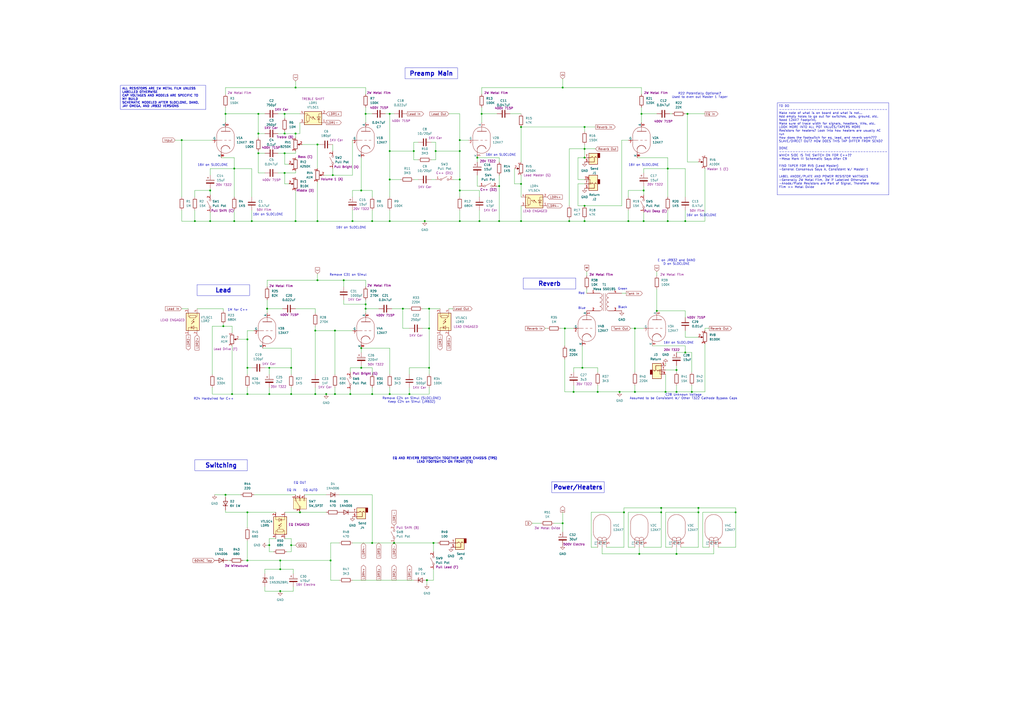
<source format=kicad_sch>
(kicad_sch (version 20250114) (generator "eeschema") (generator_version "9.0")
  (paper "A2")
  (text "16V on SLOCLONE" (at 155.448 124.46 0) (effects (font (size 1.27 1.27))))
  (text "EQ AND REVERB FOOTSWITCH TOGETHER UNDER CHASSIS (TRS)\nLEAD FOOTSWITCH ON FRONT (TS)" (at 258.064 266.954 0) (effects (font (size 1.27 1.27) (thickness 0.254) (bold yes))))
  (text "EQ AUTO" (at 180.086 284.48 0) (effects (font (size 1.27 1.27))))
  (text "C28 Unknown Voltage\nAssumed to be Consistent W/ Other T322 Cathode Bypass Caps" (at 396.494 230.124 0) (effects (font (size 1.27 1.27))))
  (text "16V on SLOCLONE" (at 406.908 124.968 0) (effects (font (size 1.27 1.27))))
  (text "16V on SLOCLONE" (at 373.38 95.758 0) (effects (font (size 1.27 1.27))))
  (text "Green" (at 361.188 167.64 0) (effects (font (size 1.27 1.27))))
  (text "16V on SLOCLONE" (at 393.7 198.882 0) (effects (font (size 1.27 1.27))))
  (text "16V on SLOCLONE" (at 123.444 95.758 0) (effects (font (size 1.27 1.27))))
  (text "R24 Hardwired for C++" (at 123.952 231.394 0) (effects (font (size 1.27 1.27))))
  (text "Remove C24 on Simul (SLOCLONE)\nKeep C24 on Simul (JRB32)\n" (at 238.76 232.156 0) (effects (font (size 1.27 1.27))))
  (text "EQ OUT" (at 173.99 280.162 0) (effects (font (size 1.27 1.27))))
  (text "16V on SLOCLONE" (at 290.576 89.916 0) (effects (font (size 1.27 1.27))))
  (text "Red" (at 337.312 170.18 0) (effects (font (size 1.27 1.27))))
  (text "E on JRB32 and DANO\nD on SLOCLONE" (at 392.43 152.146 0) (effects (font (size 1.27 1.27))))
  (text "R22 Potentially Optional?\nUsed to even out Master 1 Taper" (at 405.892 55.372 0) (effects (font (size 1.27 1.27))))
  (text "Remove C31 on Simul" (at 201.93 159.512 0) (effects (font (size 1.27 1.27))))
  (text "EQ IN" (at 169.164 284.48 0) (effects (font (size 1.27 1.27))))
  (text "Blue" (at 337.566 178.816 0) (effects (font (size 1.27 1.27))))
  (text "16V on SLOCLONE" (at 203.708 132.08 0) (effects (font (size 1.27 1.27))))
  (text "1M for C++" (at 137.922 179.832 0) (effects (font (size 1.27 1.27))))
  (text "Black" (at 361.188 178.308 0) (effects (font (size 1.27 1.27))))
  (text_box "Lead" (at 114.3 165.1 0) (size 30.48 6.35) (margins 0.9525 0.9525 0.9525 0.9525) (effects (font (size 2.54 2.54) (thickness 0.508) (bold yes))))
  (text_box "ALL RESISTORS ARE 1W METAL FILM UNLESS LABELLED OTHERWISE\nCAP VOLTAGES AND MODELS ARE SPECIFIC TO MY BUILD\nSCHEMATIC MODELED AFTER SLOCLONE, DANO, JAY OMEGA, AND JRB32 VERSIONS" (at 69.85 49.53 0) (size 49.53 13.97) (margins 0.9525 0.9525 0.9525 0.9525) (effects (font (size 1.27 1.27) (thickness 0.254) (bold yes)) (justify left top)))
  (text_box "Switching" (at 113.03 266.7 0) (size 30.48 6.35) (margins 0.9525 0.9525 0.9525 0.9525) (effects (font (size 2.54 2.54) (thickness 0.508) (bold yes))))
  (text_box "Reverb" (at 303.53 161.29 0) (size 30.48 6.35) (margins 0.9525 0.9525 0.9525 0.9525) (effects (font (size 2.54 2.54) (thickness 0.508) (bold yes))))
  (text_box "TO DO\n----------------------------------------\nMake note of what is on board and what is not...\nAdd empty holes to go out for switches, pots, ground, etc.\nNeed 12AX7 Footprint.\nMake sure of trace width for signals, headters, VIAs, etc.\nLOOK MORE INTO ALL POT VALUES/TAPERS MORE\nResistors for heaters? Look into how heaters are usually AC run\nHow does the footswitch for eq, lead, and reverb work???\nSLAVE/DIRECT OUT? HOW DOES THIS TAP DIFFER FROM SEND?\n\nDONE\n----------------------------------------\nWHICH SIDE IS THE SWITCH ON FOR C++??\n-Mesa Mark III Schematic Says After C9\n\nFIND TAPER FOR RV5 (Lead Master)\n-General Consensus Says A, Consistent W/ Master 1\n\nLABEL ANODE/PLATE AND POWER RESISTOR WATTAGES\n-Generally 2W Metal Film, 3W if Labelled Otherwise\n-Anode/Plate Resistors are Part of Signal, Therefore Metal Film >> Metal Oxide" (at 450.85 59.69 0) (size 64.77 53.34) (margins 0.9525 0.9525 0.9525 0.9525) (effects (font (size 1.27 1.27)) (justify left top)))
  (text_box "Preamp Main\n" (at 234.95 39.37 0) (size 30.48 6.35) (margins 0.9525 0.9525 0.9525 0.9525) (effects (font (size 2.54 2.54) (thickness 0.508) (bold yes))))
  (text_box "Power/Heaters\n" (at 320.04 279.4 0) (size 30.48 6.35) (margins 0.9525 0.9525 0.9525 0.9525) (effects (font (size 2.54 2.54) (thickness 0.508) (bold yes))))
  (junction (at 405.13 294.64))
  (junction (at 199.39 162.56))
  (junction (at 398.78 66.04))
  (junction (at 346.71 227.33))
  (junction (at 130.81 66.04))
  (junction (at 326.39 50.8))
  (junction (at 121.92 110.49))
  (junction (at 392.43 214.63))
  (junction (at 339.09 119.38))
  (junction (at 233.68 179.07))
  (junction (at 129.54 189.23))
  (junction (at 226.06 104.14))
  (junction (at 387.35 128.27))
  (junction (at 266.7 81.28))
  (junction (at 228.6 314.96))
  (junction (at 383.54 297.18))
  (junction (at 194.31 228.6))
  (junction (at 143.51 196.85))
  (junction (at 165.1 66.04))
  (junction (at 226.06 66.04))
  (junction (at 373.38 128.27))
  (junction (at 330.2 128.27))
  (junction (at 134.62 228.6))
  (junction (at 226.06 128.27))
  (junction (at 146.05 128.27))
  (junction (at 182.88 228.6))
  (junction (at 203.2 228.6))
  (junction (at 171.45 77.47))
  (junction (at 135.89 97.79))
  (junction (at 405.13 297.18))
  (junction (at 189.23 228.6))
  (junction (at 237.49 228.6))
  (junction (at 171.45 50.8))
  (junction (at 248.92 179.07))
  (junction (at 226.06 228.6))
  (junction (at 143.51 325.12))
  (junction (at 368.3 190.5))
  (junction (at 392.43 227.33))
  (junction (at 135.89 128.27))
  (junction (at 143.51 228.6))
  (junction (at 156.21 228.6))
  (junction (at 392.43 321.31))
  (junction (at 156.21 213.36))
  (junction (at 426.72 297.18))
  (junction (at 266.7 110.49))
  (junction (at 289.56 107.95))
  (junction (at 113.03 128.27))
  (junction (at 240.03 87.63))
  (junction (at 248.92 190.5))
  (junction (at 215.9 128.27))
  (junction (at 149.86 77.47))
  (junction (at 154.94 179.07))
  (junction (at 337.82 213.36))
  (junction (at 339.09 73.66))
  (junction (at 168.91 228.6))
  (junction (at 226.06 87.63))
  (junction (at 204.47 128.27))
  (junction (at 252.73 87.63))
  (junction (at 184.15 83.82))
  (junction (at 168.91 213.36))
  (junction (at 171.45 128.27))
  (junction (at 266.7 128.27))
  (junction (at 194.31 191.77))
  (junction (at 209.55 201.93))
  (junction (at 165.1 77.47))
  (junction (at 165.1 100.33))
  (junction (at 372.11 66.04))
  (junction (at 184.15 162.56))
  (junction (at 302.26 128.27))
  (junction (at 302.26 106.68))
  (junction (at 266.7 87.63))
  (junction (at 143.51 213.36))
  (junction (at 246.38 128.27))
  (junction (at 162.56 330.2))
  (junction (at 370.84 321.31))
  (junction (at 182.88 191.77))
  (junction (at 184.15 128.27))
  (junction (at 364.49 128.27))
  (junction (at 143.51 297.18))
  (junction (at 327.66 190.5))
  (junction (at 397.51 204.47))
  (junction (at 121.92 128.27))
  (junction (at 383.54 294.64))
  (junction (at 401.32 227.33))
  (junction (at 302.26 73.66))
  (junction (at 251.46 314.96))
  (junction (at 278.13 128.27))
  (junction (at 386.08 227.33))
  (junction (at 387.35 97.79))
  (junction (at 162.56 325.12))
  (junction (at 193.04 101.6))
  (junction (at 215.9 228.6))
  (junction (at 339.09 91.44))
  (junction (at 381 180.34))
  (junction (at 339.09 86.36))
  (junction (at 373.38 110.49))
  (junction (at 130.81 287.02))
  (junction (at 149.86 66.04))
  (junction (at 212.09 179.07))
  (junction (at 191.77 325.12))
  (junction (at 215.9 314.96))
  (junction (at 209.55 110.49))
  (junction (at 168.91 316.23))
  (junction (at 165.1 88.9))
  (junction (at 279.4 66.04))
  (junction (at 332.74 227.33))
  (junction (at 359.41 227.33))
  (junction (at 212.09 66.04))
  (junction (at 276.86 91.44))
  (junction (at 397.51 128.27))
  (junction (at 339.09 128.27))
  (junction (at 105.41 81.28))
  (junction (at 156.21 316.23))
  (junction (at 266.7 104.14))
  (junction (at 247.65 336.55))
  (junction (at 248.92 213.36))
  (junction (at 361.95 297.18))
  (junction (at 149.86 88.9))
  (junction (at 368.3 227.33))
  (junction (at 289.56 128.27))
  (junction (at 209.55 213.36))
  (junction (at 173.99 297.18))
  (junction (at 212.09 176.53))
  (junction (at 326.39 303.53))
  (junction (at 162.56 342.9))
  (wire (pts (xy 426.72 297.18) (xy 426.72 317.5)))
  (wire (pts (xy 252.73 82.55) (xy 252.73 87.63)))
  (wire (pts (xy 121.92 109.22) (xy 121.92 110.49)))
  (wire (pts (xy 193.04 101.6) (xy 204.47 101.6)))
  (wire (pts (xy 397.51 121.92) (xy 397.51 128.27)))
  (wire (pts (xy 226.06 66.04) (xy 226.06 87.63)))
  (wire (pts (xy 237.49 228.6) (xy 226.06 228.6)))
  (wire (pts (xy 351.79 317.5) (xy 361.95 317.5)))
  (wire (pts (xy 163.83 179.07) (xy 154.94 179.07)))
  (wire (pts (xy 298.45 106.68) (xy 302.26 106.68)))
  (wire (pts (xy 359.41 227.33) (xy 346.71 227.33)))
  (wire (pts (xy 405.13 93.98) (xy 398.78 93.98)))
  (wire (pts (xy 386.08 217.17) (xy 386.08 227.33)))
  (wire (pts (xy 212.09 162.56) (xy 212.09 166.37)))
  (wire (pts (xy 308.61 303.53) (xy 313.69 303.53)))
  (wire (pts (xy 156.21 213.36) (xy 168.91 213.36)))
  (wire (pts (xy 242.57 82.55) (xy 240.03 82.55)))
  (wire (pts (xy 165.1 100.33) (xy 165.1 106.68)))
  (wire (pts (xy 154.94 316.23) (xy 156.21 316.23)))
  (wire (pts (xy 165.1 88.9) (xy 171.45 88.9)))
  (wire (pts (xy 199.39 162.56) (xy 212.09 162.56)))
  (wire (pts (xy 189.23 228.6) (xy 182.88 228.6)))
  (wire (pts (xy 289.56 91.44) (xy 276.86 91.44)))
  (wire (pts (xy 397.51 204.47) (xy 401.32 204.47)))
  (wire (pts (xy 369.57 91.44) (xy 387.35 91.44)))
  (wire (pts (xy 170.18 330.2) (xy 170.18 332.74)))
  (wire (pts (xy 182.88 224.79) (xy 182.88 228.6)))
  (wire (pts (xy 321.31 303.53) (xy 326.39 303.53)))
  (wire (pts (xy 240.03 82.55) (xy 240.03 87.63)))
  (wire (pts (xy 266.7 81.28) (xy 266.7 87.63)))
  (wire (pts (xy 123.19 224.79) (xy 123.19 228.6)))
  (wire (pts (xy 392.43 321.31) (xy 370.84 321.31)))
  (wire (pts (xy 165.1 66.04) (xy 165.1 68.58)))
  (wire (pts (xy 226.06 228.6) (xy 215.9 228.6)))
  (wire (pts (xy 154.94 162.56) (xy 184.15 162.56)))
  (wire (pts (xy 252.73 87.63) (xy 252.73 92.71)))
  (wire (pts (xy 162.56 325.12) (xy 162.56 330.2)))
  (wire (pts (xy 165.1 100.33) (xy 171.45 100.33)))
  (wire (pts (xy 212.09 173.99) (xy 212.09 176.53)))
  (wire (pts (xy 171.45 100.33) (xy 171.45 99.06)))
  (wire (pts (xy 426.72 294.64) (xy 426.72 297.18)))
  (wire (pts (xy 215.9 121.92) (xy 215.9 128.27)))
  (wire (pts (xy 226.06 87.63) (xy 226.06 104.14)))
  (wire (pts (xy 386.08 297.18) (xy 405.13 297.18)))
  (wire (pts (xy 184.15 162.56) (xy 199.39 162.56)))
  (wire (pts (xy 182.88 191.77) (xy 194.31 191.77)))
  (wire (pts (xy 370.84 321.31) (xy 370.84 317.5)))
  (wire (pts (xy 171.45 50.8) (xy 212.09 50.8)))
  (wire (pts (xy 233.68 190.5) (xy 237.49 190.5)))
  (wire (pts (xy 130.81 54.61) (xy 130.81 50.8)))
  (wire (pts (xy 129.54 189.23) (xy 129.54 187.96)))
  (wire (pts (xy 143.51 196.85) (xy 143.51 191.77)))
  (wire (pts (xy 302.26 119.38) (xy 302.26 128.27)))
  (wire (pts (xy 332.74 213.36) (xy 337.82 213.36)))
  (wire (pts (xy 171.45 128.27) (xy 184.15 128.27)))
  (wire (pts (xy 209.55 201.93) (xy 209.55 204.47)))
  (wire (pts (xy 134.62 189.23) (xy 134.62 193.04)))
  (wire (pts (xy 346.71 227.33) (xy 346.71 223.52)))
  (wire (pts (xy 171.45 46.99) (xy 171.45 50.8)))
  (wire (pts (xy 289.56 101.6) (xy 289.56 107.95)))
  (wire (pts (xy 196.85 287.02) (xy 215.9 287.02)))
  (wire (pts (xy 386.08 317.5) (xy 386.08 297.18)))
  (wire (pts (xy 302.26 106.68) (xy 302.26 114.3)))
  (wire (pts (xy 368.3 227.33) (xy 359.41 227.33)))
  (wire (pts (xy 156.21 320.04) (xy 158.75 320.04)))
  (wire (pts (xy 339.09 73.66) (xy 302.26 73.66)))
  (wire (pts (xy 407.67 297.18) (xy 426.72 297.18)))
  (wire (pts (xy 146.05 97.79) (xy 146.05 114.3)))
  (wire (pts (xy 228.6 314.96) (xy 251.46 314.96)))
  (wire (pts (xy 266.7 66.04) (xy 266.7 81.28)))
  (wire (pts (xy 189.23 287.02) (xy 176.53 287.02)))
  (wire (pts (xy 327.66 208.28) (xy 327.66 227.33)))
  (wire (pts (xy 105.41 128.27) (xy 113.03 128.27)))
  (wire (pts (xy 143.51 196.85) (xy 143.51 213.36)))
  (wire (pts (xy 327.66 190.5) (xy 327.66 200.66)))
  (wire (pts (xy 129.54 189.23) (xy 134.62 189.23)))
  (wire (pts (xy 251.46 314.96) (xy 251.46 320.04)))
  (wire (pts (xy 360.68 81.28) (xy 360.68 119.38)))
  (wire (pts (xy 248.92 228.6) (xy 237.49 228.6)))
  (wire (pts (xy 143.51 213.36) (xy 146.05 213.36)))
  (wire (pts (xy 386.08 210.82) (xy 386.08 212.09)))
  (wire (pts (xy 414.02 317.5) (xy 414.02 321.31)))
  (wire (pts (xy 405.13 297.18) (xy 405.13 317.5)))
  (wire (pts (xy 248.92 179.07) (xy 248.92 190.5)))
  (wire (pts (xy 302.26 128.27) (xy 289.56 128.27)))
  (wire (pts (xy 147.32 287.02) (xy 171.45 287.02)))
  (wire (pts (xy 332.74 227.33) (xy 346.71 227.33)))
  (wire (pts (xy 368.3 317.5) (xy 364.49 317.5)))
  (wire (pts (xy 408.94 199.39) (xy 408.94 227.33)))
  (wire (pts (xy 143.51 224.79) (xy 143.51 228.6)))
  (wire (pts (xy 143.51 325.12) (xy 162.56 325.12)))
  (wire (pts (xy 182.88 228.6) (xy 168.91 228.6)))
  (wire (pts (xy 237.49 213.36) (xy 248.92 213.36)))
  (wire (pts (xy 405.13 317.5) (xy 394.97 317.5)))
  (wire (pts (xy 153.67 342.9) (xy 162.56 342.9)))
  (wire (pts (xy 426.72 317.5) (xy 416.56 317.5)))
  (wire (pts (xy 165.1 106.68) (xy 167.64 106.68)))
  (wire (pts (xy 135.89 97.79) (xy 146.05 97.79)))
  (wire (pts (xy 138.43 196.85) (xy 143.51 196.85)))
  (wire (pts (xy 223.52 66.04) (xy 226.06 66.04)))
  (wire (pts (xy 349.25 317.5) (xy 349.25 321.31)))
  (wire (pts (xy 146.05 128.27) (xy 146.05 121.92)))
  (wire (pts (xy 149.86 77.47) (xy 153.67 77.47)))
  (wire (pts (xy 237.49 217.17) (xy 237.49 213.36)))
  (wire (pts (xy 161.29 88.9) (xy 165.1 88.9)))
  (wire (pts (xy 397.51 200.66) (xy 397.51 204.47)))
  (wire (pts (xy 339.09 91.44) (xy 335.28 91.44)))
  (wire (pts (xy 189.23 297.18) (xy 173.99 297.18)))
  (wire (pts (xy 387.35 97.79) (xy 397.51 97.79)))
  (wire (pts (xy 212.09 50.8) (xy 212.09 54.61)))
  (wire (pts (xy 339.09 86.36) (xy 330.2 86.36)))
  (wire (pts (xy 248.92 213.36) (xy 248.92 217.17)))
  (wire (pts (xy 248.92 179.07) (xy 255.27 179.07)))
  (wire (pts (xy 149.86 100.33) (xy 153.67 100.33)))
  (wire (pts (xy 203.2 228.6) (xy 203.2 226.06)))
  (wire (pts (xy 154.94 179.07) (xy 154.94 181.61)))
  (wire (pts (xy 162.56 325.12) (xy 191.77 325.12)))
  (wire (pts (xy 279.4 62.23) (xy 279.4 66.04)))
  (wire (pts (xy 149.86 66.04) (xy 149.86 77.47)))
  (wire (pts (xy 130.81 287.02) (xy 130.81 288.29)))
  (wire (pts (xy 364.49 110.49) (xy 373.38 110.49)))
  (wire (pts (xy 372.11 62.23) (xy 372.11 66.04)))
  (wire (pts (xy 233.68 179.07) (xy 237.49 179.07)))
  (wire (pts (xy 182.88 181.61) (xy 182.88 179.07)))
  (wire (pts (xy 363.22 170.18) (xy 360.68 170.18)))
  (wire (pts (xy 383.54 294.64) (xy 405.13 294.64)))
  (wire (pts (xy 266.7 81.28) (xy 271.78 81.28)))
  (wire (pts (xy 156.21 312.42) (xy 156.21 316.23)))
  (wire (pts (xy 228.6 66.04) (xy 226.06 66.04)))
  (wire (pts (xy 245.11 190.5) (xy 248.92 190.5)))
  (wire (pts (xy 139.7 287.02) (xy 130.81 287.02)))
  (wire (pts (xy 182.88 189.23) (xy 182.88 191.77)))
  (wire (pts (xy 364.49 114.3) (xy 364.49 110.49)))
  (wire (pts (xy 251.46 330.2) (xy 251.46 336.55)))
  (wire (pts (xy 339.09 83.82) (xy 339.09 86.36)))
  (wire (pts (xy 130.81 66.04) (xy 130.81 71.12)))
  (wire (pts (xy 387.35 121.92) (xy 387.35 128.27)))
  (wire (pts (xy 389.89 317.5) (xy 386.08 317.5)))
  (wire (pts (xy 381 167.64) (xy 381 180.34)))
  (wire (pts (xy 279.4 54.61) (xy 279.4 50.8)))
  (wire (pts (xy 143.51 228.6) (xy 156.21 228.6)))
  (wire (pts (xy 121.92 97.79) (xy 135.89 97.79)))
  (wire (pts (xy 143.51 297.18) (xy 143.51 306.07)))
  (wire (pts (xy 182.88 191.77) (xy 182.88 217.17)))
  (wire (pts (xy 339.09 106.68) (xy 335.28 106.68)))
  (wire (pts (xy 199.39 173.99) (xy 199.39 176.53)))
  (wire (pts (xy 135.89 97.79) (xy 135.89 114.3)))
  (wire (pts (xy 226.06 128.27) (xy 246.38 128.27)))
  (wire (pts (xy 340.36 157.48) (xy 340.36 160.02)))
  (wire (pts (xy 153.67 213.36) (xy 156.21 213.36)))
  (wire (pts (xy 260.35 179.07) (xy 262.89 179.07)))
  (wire (pts (xy 346.71 213.36) (xy 346.71 215.9)))
  (wire (pts (xy 171.45 77.47) (xy 171.45 80.01)))
  (wire (pts (xy 278.13 128.27) (xy 278.13 121.92)))
  (wire (pts (xy 337.82 200.66) (xy 337.82 213.36)))
  (wire (pts (xy 339.09 119.38) (xy 360.68 119.38)))
  (wire (pts (xy 171.45 110.49) (xy 171.45 128.27)))
  (wire (pts (xy 173.99 77.47) (xy 173.99 71.12)))
  (wire (pts (xy 184.15 105.41) (xy 184.15 128.27)))
  (wire (pts (xy 191.77 336.55) (xy 196.85 336.55)))
  (wire (pts (xy 381 180.34) (xy 397.51 180.34)))
  (wire (pts (xy 184.15 128.27) (xy 204.47 128.27)))
  (wire (pts (xy 175.26 83.82) (xy 184.15 83.82)))
  (wire (pts (xy 165.1 77.47) (xy 161.29 77.47)))
  (wire (pts (xy 121.92 97.79) (xy 121.92 101.6)))
  (wire (pts (xy 364.49 317.5) (xy 364.49 297.18)))
  (wire (pts (xy 209.55 201.93) (xy 226.06 201.93)))
  (wire (pts (xy 383.54 297.18) (xy 383.54 317.5)))
  (wire (pts (xy 194.31 228.6) (xy 189.23 228.6)))
  (wire (pts (xy 302.26 101.6) (xy 302.26 106.68)))
  (wire (pts (xy 193.04 101.6) (xy 193.04 97.79)))
  (wire (pts (xy 168.91 213.36) (xy 168.91 217.17)))
  (wire (pts (xy 153.67 342.9) (xy 153.67 340.36)))
  (wire (pts (xy 332.74 215.9) (xy 332.74 213.36)))
  (wire (pts (xy 187.96 101.6) (xy 193.04 101.6)))
  (wire (pts (xy 414.02 321.31) (xy 392.43 321.31)))
  (wire (pts (xy 123.19 217.17) (xy 123.19 189.23)))
  (wire (pts (xy 105.41 179.07) (xy 109.22 179.07)))
  (wire (pts (xy 361.95 297.18) (xy 361.95 294.64)))
  (wire (pts (xy 143.51 313.69) (xy 143.51 325.12)))
  (wire (pts (xy 212.09 176.53) (xy 212.09 179.07)))
  (wire (pts (xy 332.74 223.52) (xy 332.74 227.33)))
  (wire (pts (xy 226.06 224.79) (xy 226.06 228.6)))
  (wire (pts (xy 373.38 107.95) (xy 373.38 110.49)))
  (wire (pts (xy 168.91 201.93) (xy 168.91 213.36)))
  (wire (pts (xy 408.94 227.33) (xy 401.32 227.33)))
  (wire (pts (xy 361.95 297.18) (xy 342.9 297.18)))
  (wire (pts (xy 387.35 91.44) (xy 387.35 97.79)))
  (wire (pts (xy 246.38 128.27) (xy 266.7 128.27)))
  (wire (pts (xy 247.65 339.09) (xy 247.65 336.55)))
  (wire (pts (xy 279.4 50.8) (xy 326.39 50.8)))
  (wire (pts (xy 204.47 101.6) (xy 204.47 81.28)))
  (wire (pts (xy 266.7 110.49) (xy 278.13 110.49)))
  (wire (pts (xy 373.38 123.19) (xy 373.38 128.27)))
  (wire (pts (xy 397.51 180.34) (xy 397.51 184.15)))
  (wire (pts (xy 349.25 321.31) (xy 370.84 321.31)))
  (wire (pts (xy 279.4 66.04) (xy 279.4 71.12)))
  (wire (pts (xy 194.31 191.77) (xy 194.31 217.17)))
  (wire (pts (xy 252.73 92.71) (xy 250.19 92.71)))
  (wire (pts (xy 364.49 128.27) (xy 339.09 128.27)))
  (wire (pts (xy 398.78 66.04) (xy 398.78 93.98)))
  (wire (pts (xy 204.47 121.92) (xy 204.47 128.27)))
  (wire (pts (xy 397.51 97.79) (xy 397.51 114.3)))
  (wire (pts (xy 266.7 110.49) (xy 266.7 114.3)))
  (wire (pts (xy 335.28 119.38) (xy 339.09 119.38)))
  (wire (pts (xy 166.37 320.04) (xy 168.91 320.04)))
  (wire (pts (xy 215.9 128.27) (xy 226.06 128.27)))
  (wire (pts (xy 278.13 110.49) (xy 278.13 114.3)))
  (wire (pts (xy 146.05 128.27) (xy 171.45 128.27)))
  (wire (pts (xy 204.47 336.55) (xy 240.03 336.55)))
  (wire (pts (xy 252.73 104.14) (xy 250.19 104.14)))
  (wire (pts (xy 203.2 215.9) (xy 203.2 213.36)))
  (wire (pts (xy 162.56 330.2) (xy 170.18 330.2)))
  (wire (pts (xy 245.11 179.07) (xy 248.92 179.07)))
  (wire (pts (xy 266.7 128.27) (xy 278.13 128.27)))
  (wire (pts (xy 204.47 114.3) (xy 204.47 110.49)))
  (wire (pts (xy 153.67 330.2) (xy 162.56 330.2)))
  (wire (pts (xy 212.09 179.07) (xy 212.09 181.61)))
  (wire (pts (xy 184.15 83.82) (xy 184.15 97.79)))
  (wire (pts (xy 327.66 227.33) (xy 332.74 227.33)))
  (wire (pts (xy 387.35 128.27) (xy 397.51 128.27)))
  (wire (pts (xy 156.21 213.36) (xy 156.21 217.17)))
  (wire (pts (xy 215.9 314.96) (xy 204.47 314.96)))
  (wire (pts (xy 226.06 87.63) (xy 240.03 87.63)))
  (wire (pts (xy 135.89 128.27) (xy 146.05 128.27)))
  (wire (pts (xy 165.1 95.25) (xy 167.64 95.25)))
  (wire (pts (xy 342.9 297.18) (xy 342.9 317.5)))
  (wire (pts (xy 254 314.96) (xy 251.46 314.96)))
  (wire (pts (xy 130.81 66.04) (xy 149.86 66.04)))
  (wire (pts (xy 121.92 110.49) (xy 113.03 110.49)))
  (wire (pts (xy 373.38 110.49) (xy 373.38 113.03)))
  (wire (pts (xy 325.12 190.5) (xy 327.66 190.5)))
  (wire (pts (xy 212.09 62.23) (xy 212.09 66.04)))
  (wire (pts (xy 168.91 316.23) (xy 168.91 320.04)))
  (wire (pts (xy 251.46 336.55) (xy 247.65 336.55)))
  (wire (pts (xy 298.45 97.79) (xy 298.45 106.68)))
  (wire (pts (xy 326.39 45.72) (xy 326.39 50.8)))
  (wire (pts (xy 209.55 213.36) (xy 215.9 213.36)))
  (wire (pts (xy 339.09 127) (xy 339.09 128.27)))
  (wire (pts (xy 289.56 107.95) (xy 289.56 128.27)))
  (wire (pts (xy 383.54 317.5) (xy 373.38 317.5)))
  (wire (pts (xy 154.94 162.56) (xy 154.94 166.37)))
  (wire (pts (xy 130.81 62.23) (xy 130.81 66.04)))
  (wire (pts (xy 128.27 91.44) (xy 135.89 91.44)))
  (wire (pts (xy 143.51 213.36) (xy 143.51 217.17)))
  (wire (pts (xy 326.39 50.8) (xy 372.11 50.8)))
  (wire (pts (xy 372.11 50.8) (xy 372.11 54.61)))
  (wire (pts (xy 397.51 191.77) (xy 397.51 195.58)))
  (wire (pts (xy 194.31 224.79) (xy 194.31 228.6)))
  (wire (pts (xy 170.18 342.9) (xy 170.18 340.36)))
  (wire (pts (xy 226.06 201.93) (xy 226.06 217.17)))
  (wire (pts (xy 242.57 104.14) (xy 240.03 104.14)))
  (wire (pts (xy 361.95 317.5) (xy 361.95 297.18)))
  (wire (pts (xy 383.54 294.64) (xy 383.54 297.18)))
  (wire (pts (xy 330.2 86.36) (xy 330.2 119.38)))
  (wire (pts (xy 149.86 87.63) (xy 149.86 88.9)))
  (wire (pts (xy 364.49 297.18) (xy 383.54 297.18)))
  (wire (pts (xy 153.67 66.04) (xy 149.86 66.04)))
  (wire (pts (xy 185.42 83.82) (xy 184.15 83.82)))
  (wire (pts (xy 266.7 121.92) (xy 266.7 128.27)))
  (wire (pts (xy 398.78 66.04) (xy 408.94 66.04)))
  (wire (pts (xy 149.86 77.47) (xy 149.86 80.01)))
  (wire (pts (xy 165.1 77.47) (xy 171.45 77.47)))
  (wire (pts (xy 408.94 191.77) (xy 408.94 190.5)))
  (wire (pts (xy 226.06 104.14) (xy 226.06 114.3)))
  (wire (pts (xy 405.13 294.64) (xy 405.13 297.18)))
  (wire (pts (xy 361.95 294.64) (xy 383.54 294.64)))
  (wire (pts (xy 335.28 106.68) (xy 335.28 119.38)))
  (wire (pts (xy 113.03 121.92) (xy 113.03 128.27)))
  (wire (pts (xy 215.9 213.36) (xy 215.9 217.17)))
  (wire (pts (xy 392.43 214.63) (xy 392.43 215.9)))
  (wire (pts (xy 237.49 224.79) (xy 237.49 228.6)))
  (wire (pts (xy 289.56 93.98) (xy 289.56 91.44)))
  (wire (pts (xy 405.13 294.64) (xy 426.72 294.64)))
  (wire (pts (xy 194.31 228.6) (xy 203.2 228.6)))
  (wire (pts (xy 191.77 314.96) (xy 191.77 325.12)))
  (wire (pts (xy 105.41 81.28) (xy 105.41 114.3)))
  (wire (pts (xy 156.21 228.6) (xy 168.91 228.6)))
  (wire (pts (xy 266.7 104.14) (xy 266.7 110.49)))
  (wire (pts (xy 226.06 104.14) (xy 232.41 104.14)))
  (wire (pts (xy 364.49 121.92) (xy 364.49 128.27)))
  (wire (pts (xy 161.29 66.04) (xy 165.1 66.04)))
  (wire (pts (xy 113.03 128.27) (xy 121.92 128.27)))
  (wire (pts (xy 276.86 107.95) (xy 278.13 107.95)))
  (wire (pts (xy 156.21 316.23) (xy 156.21 320.04)))
  (wire (pts (xy 326.39 297.18) (xy 326.39 303.53)))
  (wire (pts (xy 398.78 66.04) (xy 397.51 66.04)))
  (wire (pts (xy 123.19 189.23) (xy 129.54 189.23)))
  (wire (pts (xy 123.19 228.6) (xy 134.62 228.6)))
  (wire (pts (xy 288.29 107.95) (xy 289.56 107.95)))
  (wire (pts (xy 199.39 162.56) (xy 199.39 166.37)))
  (wire (pts (xy 387.35 97.79) (xy 387.35 114.3)))
  (wire (pts (xy 191.77 325.12) (xy 191.77 336.55)))
  (wire (pts (xy 248.92 224.79) (xy 248.92 228.6)))
  (wire (pts (xy 135.89 121.92) (xy 135.89 128.27)))
  (wire (pts (xy 209.55 110.49) (xy 215.9 110.49)))
  (wire (pts (xy 171.45 77.47) (xy 173.99 77.47)))
  (wire (pts (xy 133.35 325.12) (xy 132.08 325.12)))
  (wire (pts (xy 368.3 190.5) (xy 368.3 215.9)))
  (wire (pts (xy 373.38 128.27) (xy 387.35 128.27)))
  (wire (pts (xy 330.2 127) (xy 330.2 128.27)))
  (wire (pts (xy 165.1 66.04) (xy 173.99 66.04)))
  (wire (pts (xy 184.15 158.75) (xy 184.15 162.56)))
  (wire (pts (xy 386.08 214.63) (xy 392.43 214.63)))
  (wire (pts (xy 215.9 228.6) (xy 215.9 224.79)))
  (wire (pts (xy 279.4 66.04) (xy 288.29 66.04)))
  (wire (pts (xy 168.91 316.23) (xy 171.45 316.23)))
  (wire (pts (xy 266.7 87.63) (xy 252.73 87.63)))
  (wire (pts (xy 227.33 179.07) (xy 233.68 179.07)))
  (wire (pts (xy 168.91 228.6) (xy 168.91 224.79)))
  (wire (pts (xy 105.41 121.92) (xy 105.41 128.27)))
  (wire (pts (xy 160.02 312.42) (xy 156.21 312.42)))
  (wire (pts (xy 392.43 204.47) (xy 397.51 204.47)))
  (wire (pts (xy 212.09 66.04) (xy 215.9 66.04)))
  (wire (pts (xy 130.81 297.18) (xy 130.81 295.91)))
  (wire (pts (xy 262.89 104.14) (xy 266.7 104.14)))
  (wire (pts (xy 381 157.48) (xy 381 160.02)))
  (wire (pts (xy 392.43 223.52) (xy 392.43 227.33)))
  (wire (pts (xy 278.13 128.27) (xy 289.56 128.27)))
  (wire (pts (xy 143.51 325.12) (xy 140.97 325.12)))
  (wire (pts (xy 121.92 110.49) (xy 121.92 113.03)))
  (wire (pts (xy 215.9 110.49) (xy 215.9 114.3)))
  (wire (pts (xy 337.82 213.36) (xy 346.71 213.36)))
  (wire (pts (xy 182.88 179.07) (xy 171.45 179.07)))
  (wire (pts (xy 397.51 195.58) (xy 405.13 195.58)))
  (wire (pts (xy 161.29 100.33) (xy 165.1 100.33)))
  (wire (pts (xy 386.08 227.33) (xy 392.43 227.33)))
  (wire (pts (xy 368.3 190.5) (xy 365.76 190.5)))
  (wire (pts (xy 203.2 213.36) (xy 209.55 213.36)))
  (wire (pts (xy 248.92 190.5) (xy 248.92 213.36)))
  (wire (pts (xy 339.09 73.66) (xy 345.44 73.66)))
  (wire (pts (xy 194.31 191.77) (xy 204.47 191.77)))
  (wire (pts (xy 302.26 128.27) (xy 330.2 128.27)))
  (wire (pts (xy 212.09 66.04) (xy 212.09 71.12)))
  (wire (pts (xy 317.5 190.5) (xy 316.23 190.5)))
  (wire (pts (xy 121.92 128.27) (xy 135.89 128.27)))
  (wire (pts (xy 240.03 92.71) (xy 242.57 92.71)))
  (wire (pts (xy 149.86 88.9) (xy 149.86 100.33)))
  (wire (pts (xy 204.47 128.27) (xy 215.9 128.27)))
  (wire (pts (xy 124.46 287.02) (xy 130.81 287.02)))
  (wire (pts (xy 209.55 91.44) (xy 209.55 110.49)))
  (wire (pts (xy 372.11 66.04) (xy 381 66.04)))
  (wire (pts (xy 165.1 76.2) (xy 165.1 77.47)))
  (wire (pts (xy 397.51 128.27) (xy 408.94 128.27)))
  (wire (pts (xy 368.3 223.52) (xy 368.3 227.33)))
  (wire (pts (xy 191.77 314.96) (xy 196.85 314.96)))
  (wire (pts (xy 276.86 91.44) (xy 276.86 93.98)))
  (wire (pts (xy 233.68 190.5) (xy 233.68 179.07)))
  (wire (pts (xy 130.81 50.8) (xy 171.45 50.8)))
  (wire (pts (xy 276.86 101.6) (xy 276.86 107.95)))
  (wire (pts (xy 215.9 314.96) (xy 228.6 314.96)))
  (wire (pts (xy 335.28 104.14) (xy 339.09 104.14)))
  (wire (pts (xy 373.38 100.33) (xy 373.38 97.79)))
  (wire (pts (xy 342.9 317.5) (xy 346.71 317.5)))
  (wire (pts (xy 129.54 179.07) (xy 129.54 180.34)))
  (wire (pts (xy 215.9 287.02) (xy 215.9 314.96)))
  (wire (pts (xy 373.38 190.5) (xy 368.3 190.5)))
  (wire (pts (xy 392.43 317.5) (xy 392.43 321.31)))
  (wire (pts (xy 135.89 91.44) (xy 135.89 97.79)))
  (wire (pts (xy 113.03 110.49) (xy 113.03 114.3)))
  (wire (pts (xy 121.92 123.19) (xy 121.92 128.27)))
  (wire (pts (xy 373.38 128.27) (xy 364.49 128.27)))
  (wire (pts (xy 199.39 176.53) (xy 212.09 176.53)))
  (wire (pts (xy 149.86 88.9) (xy 153.67 88.9)))
  (wire (pts (xy 302.26 73.66) (xy 302.26 93.98)))
  (wire (pts (xy 143.51 297.18) (xy 160.02 297.18)))
  (wire (pts (xy 165.1 312.42) (xy 168.91 312.42)))
  (wire (pts (xy 193.04 83.82) (xy 193.04 87.63)))
  (wire (pts (xy 408.94 97.79) (xy 408.94 128.27)))
  (wire (pts (xy 156.21 224.79) (xy 156.21 228.6)))
  (wire (pts (xy 250.19 82.55) (xy 252.73 82.55)))
  (wire (pts (xy 373.38 97.79) (xy 387.35 97.79)))
  (wire (pts (xy 203.2 228.6) (xy 215.9 228.6)))
  (wire (pts (xy 339.09 76.2) (xy 339.09 73.66)))
  (wire (pts (xy 401.32 204.47) (xy 401.32 215.9)))
  (wire (pts (xy 408.94 190.5) (xy 411.48 190.5)))
  (wire (pts (xy 134.62 228.6) (xy 143.51 228.6)))
  (wire (pts (xy 401.32 227.33) (xy 392.43 227.33)))
  (wire (pts (xy 165.1 297.18) (xy 173.99 297.18)))
  (wire (pts (xy 168.91 312.42) (xy 168.91 316.23)))
  (wire (pts (xy 411.48 317.5) (xy 407.67 317.5)))
  (wire (pts (xy 240.03 87.63) (xy 240.03 92.71)))
  (wire (pts (xy 330.2 128.27) (xy 339.09 128.27)))
  (wire (pts (xy 226.06 121.92) (xy 226.06 128.27)))
  (wire (pts (xy 360.68 81.28) (xy 364.49 81.28)))
  (wire (pts (xy 295.91 66.04) (xy 302.26 66.04)))
  (wire (pts (xy 392.43 212.09) (xy 392.43 214.63)))
  (wire (pts (xy 130.81 297.18) (xy 143.51 297.18)))
  (wire (pts (xy 339.09 86.36) (xy 345.44 86.36)))
  (wire (pts (xy 162.56 342.9) (xy 170.18 342.9)))
  (wire (pts (xy 153.67 330.2) (xy 153.67 332.74)))
  (wire (pts (xy 389.89 66.04) (xy 388.62 66.04)))
  (wire (pts (xy 368.3 227.33) (xy 386.08 227.33)))
  (wire (pts (xy 326.39 303.53) (xy 326.39 308.61)))
  (wire (pts (xy 335.28 91.44) (xy 335.28 104.14)))
  (wire (pts (xy 165.1 88.9) (xy 165.1 95.25)))
  (wire (pts (xy 209.55 213.36) (xy 209.55 212.09)))
  (wire (pts (xy 204.47 110.49) (xy 209.55 110.49)))
  (wire (pts (xy 401.32 223.52) (xy 401.32 227.33)))
  (wire (pts (xy 154.94 173.99) (xy 154.94 179.07)))
  (wire (pts (xy 340.36 167.64) (xy 340.36 170.18)))
  (wire (pts (xy 372.11 66.04) (xy 372.11 71.12)))
  (wire (pts (xy 327.66 190.5) (xy 332.74 190.5)))
  (wire (pts (xy 339.09 86.36) (xy 339.09 91.44)))
  (wire (pts (xy 101.6 81.28) (xy 105.41 81.28)))
  (wire (pts (xy 123.19 81.28) (xy 105.41 81.28)))
  (wire (pts (xy 152.4 201.93) (xy 168.91 201.93)))
  (wire (pts (xy 260.35 66.04) (xy 266.7 66.04)))
  (wire (pts (xy 212.09 179.07) (xy 219.71 179.07)))
  (wire (pts (xy 171.45 88.9) (xy 171.45 87.63)))
  (wire (pts (xy 378.46 200.66) (xy 397.51 200.66)))
  (wire (pts (xy 266.7 87.63) (xy 266.7 104.14)))
  (wire (pts (xy 134.62 200.66) (xy 134.62 228.6)))
  (wire (pts (xy 114.3 179.07) (xy 129.54 179.07)))
  (wire (pts (xy 143.51 191.77) (xy 147.32 191.77)))
  (wire (pts (xy 407.67 317.5) (xy 407.67 297.18)))
  (global_label "B" (shape input) (at 340.36 157.48 90) (property "Intersheetrefs" "${INTERSHEET_REFS}" (effects (hide yes))))
  (global_label "Tank In" (shape output) (at 363.22 170.18 0) (property "Intersheetrefs" "${INTERSHEET_REFS}" (effects (hide yes))))
  (global_label "E" (shape input) (at 184.15 158.75 90) (property "Intersheetrefs" "${INTERSHEET_REFS}" (effects (hide yes))))
  (global_label "LDR2+" (shape input) (at 114.3 194.31 270) (property "Intersheetrefs" "${INTERSHEET_REFS}" (effects (hide yes))))
  (global_label "LDR1+" (shape output) (at 237.49 336.55 90) (property "Intersheetrefs" "${INTERSHEET_REFS}" (effects (hide yes))))
  (global_label "Lead In" (shape input) (at 105.41 179.07 180) (property "Intersheetrefs" "${INTERSHEET_REFS}" (effects (hide yes))))
  (global_label "Reverb Out" (shape output) (at 411.48 190.5 0) (property "Intersheetrefs" "${INTERSHEET_REFS}" (effects (hide yes))))
  (global_label "LDR2+" (shape output) (at 228.6 336.55 90) (property "Intersheetrefs" "${INTERSHEET_REFS}" (effects (hide yes))))
  (global_label "LDR2-" (shape input) (at 228.6 314.96 270) (property "Intersheetrefs" "${INTERSHEET_REFS}" (effects (hide yes))))
  (global_label "Reverb In" (shape input) (at 316.23 190.5 180) (property "Intersheetrefs" "${INTERSHEET_REFS}" (effects (hide yes))))
  (global_label "LDR1+" (shape input) (at 189.23 66.04 0) (property "Intersheetrefs" "${INTERSHEET_REFS}" (effects (hide yes))))
  (global_label "D" (shape input) (at 326.39 45.72 90) (property "Intersheetrefs" "${INTERSHEET_REFS}" (effects (hide yes))))
  (global_label "E" (shape input) (at 381 157.48 90) (property "Intersheetrefs" "${INTERSHEET_REFS}" (effects (hide yes))))
  (global_label "LDR3+" (shape input) (at 260.35 194.31 270) (property "Intersheetrefs" "${INTERSHEET_REFS}" (effects (hide yes))))
  (global_label "LDR3-" (shape output) (at 255.27 194.31 270) (property "Intersheetrefs" "${INTERSHEET_REFS}" (effects (hide yes))))
  (global_label "Lead Out" (shape output) (at 262.89 179.07 0) (property "Intersheetrefs" "${INTERSHEET_REFS}" (effects (hide yes))))
  (global_label "LDR4+" (shape output) (at 210.82 336.55 90) (property "Intersheetrefs" "${INTERSHEET_REFS}" (effects (hide yes))))
  (global_label "60VAC Tap" (shape input) (at 124.46 325.12 180) (property "Intersheetrefs" "${INTERSHEET_REFS}" (effects (hide yes))))
  (global_label "LDR1-" (shape output) (at 189.23 71.12 0) (property "Intersheetrefs" "${INTERSHEET_REFS}" (effects (hide yes))))
  (global_label "GEQ" (shape input) (at 171.45 316.23 0) (property "Intersheetrefs" "${INTERSHEET_REFS}" (effects (hide yes))))
  (global_label "E" (shape output) (at 326.39 297.18 90) (property "Intersheetrefs" "${INTERSHEET_REFS}" (effects (hide yes))))
  (global_label "Reverb Out" (shape input) (at 345.44 86.36 0) (property "Intersheetrefs" "${INTERSHEET_REFS}" (effects (hide yes))))
  (global_label "Input" (shape input) (at 101.6 81.28 180) (property "Intersheetrefs" "${INTERSHEET_REFS}" (effects (hide yes))))
  (global_label "E" (shape input) (at 171.45 46.99 90) (property "Intersheetrefs" "${INTERSHEET_REFS}" (effects (hide yes))))
  (global_label "LDR4-" (shape output) (at 317.5 119.38 0) (property "Intersheetrefs" "${INTERSHEET_REFS}" (effects (hide yes))))
  (global_label "LDR3-" (shape input) (at 219.71 314.96 270) (property "Intersheetrefs" "${INTERSHEET_REFS}" (effects (hide yes))))
  (global_label "Tank Out" (shape input) (at 365.76 190.5 180) (property "Intersheetrefs" "${INTERSHEET_REFS}" (effects (hide yes))))
  (global_label "LDR1-" (shape input) (at 228.6 304.8 90) (property "Intersheetrefs" "${INTERSHEET_REFS}" (effects (hide yes))))
  (global_label "Reverb In" (shape output) (at 345.44 73.66 0) (property "Intersheetrefs" "${INTERSHEET_REFS}" (effects (hide yes))))
  (global_label "EQ In" (shape output) (at 408.94 66.04 0) (property "Intersheetrefs" "${INTERSHEET_REFS}" (effects (hide yes))))
  (global_label "Lead Out" (shape input) (at 260.35 66.04 180) (property "Intersheetrefs" "${INTERSHEET_REFS}" (effects (hide yes))))
  (global_label "D" (shape input) (at 308.61 303.53 180) (property "Intersheetrefs" "${INTERSHEET_REFS}" (effects (hide yes))))
  (global_label "LDR3+" (shape output) (at 219.71 336.55 90) (property "Intersheetrefs" "${INTERSHEET_REFS}" (effects (hide yes))))
  (global_label "LDR4-" (shape input) (at 210.82 314.96 270) (property "Intersheetrefs" "${INTERSHEET_REFS}" (effects (hide yes))))
  (global_label "LDR2-" (shape output) (at 109.22 194.31 270) (property "Intersheetrefs" "${INTERSHEET_REFS}" (effects (hide yes))))
  (global_label "LDR4+" (shape input) (at 317.5 114.3 0) (property "Intersheetrefs" "${INTERSHEET_REFS}" (effects (hide yes))))
  (global_label "Lead In" (shape output) (at 236.22 66.04 0) (property "Intersheetrefs" "${INTERSHEET_REFS}" (effects (hide yes))))
  (symbol (lib_id "Connector_Audio:AudioJack2") (at 266.7 314.96 180) (unit 1)
    (property "Reference" "J5" (at 267.335 323.85 0))
    (property "Value" "Send" (at 267.335 321.31 0))
    (property "Description" "Audio Jack, 2 Poles (Mono / TS)" (effects (hide yes)))
  )
  (symbol (lib_id "Device:R") (at 248.92 220.98 0) (unit 1)
    (property "Reference" "R34" (at 251.46 219.7099 0) (effects (justify left)))
    (property "Value" "100K" (at 251.46 222.2499 0) (effects (justify left)))
    (property "Description" "Resistor" (effects (hide yes)))
  )
  (symbol (lib_id "Device:R") (at 200.66 314.96 90) (unit 1)
    (property "Reference" "R48" (at 200.66 308.61 90))
    (property "Value" "470" (at 200.66 311.15 90))
    (property "Description" "Resistor" (effects (hide yes)))
  )
  (symbol (lib_id "Device:C_Polarized") (at 392.43 208.28 0) (unit 1)
    (property "Reference" "C28" (at 396.24 206.1209 0) (effects (justify left)))
    (property "Value" "15uF" (at 396.24 208.6609 0) (effects (justify left)))
    (property "Description" "Polarized capacitor" (effects (hide yes)))
    (property "Notes" "20V T322" (at 389.636 202.946 0))
  )
  (symbol (lib_id "Valve:ECC83") (at 370.84 306.07 0) (unit 3)
    (property "Reference" "V2" (at 377.19 304.7999 0) (effects (justify left)))
    (property "Value" "12AX7" (at 377.19 307.3399 0) (effects (justify left)))
    (property "Footprint" "Valve:Valve_Noval_P" (effects (hide yes)))
    (property "Datasheet" "http://www.r-type.org/pdfs/ecc83.pdf" (effects (hide yes)))
    (property "Description" "double triode" (effects (hide yes)))
  )
  (symbol (lib_id "Device:R") (at 236.22 104.14 90) (unit 1)
    (property "Reference" "R11" (at 236.22 97.79 90))
    (property "Value" "3M3" (at 236.22 100.33 90))
    (property "Description" "Resistor" (effects (hide yes)))
  )
  (symbol (lib_id "Isolator:VTL5C") (at 257.81 186.69 90) (unit 1)
    (property "Reference" "LDR3" (at 266.7 186.69 90))
    (property "Value" "VTL5C1" (at 267.716 184.404 90))
    (property "Footprint" "OptoDevice:PerkinElmer_VTL5C" (effects (hide yes)))
    (property "Datasheet" "http://www.qsl.net/wa1ion/vactrol/vactrol.pdf" (effects (hide yes)))
    (property "Description" "Low Cost Axial Vactrols" (effects (hide yes)))
    (property "Notes" "LEAD ENGAGED" (at 270.256 189.484 90))
  )
  (symbol (lib_id "power:GND") (at 326.39 316.23 0) (unit 1)
    (property "Reference" "#PWR014" (effects (hide yes)))
    (property "Value" "GND" (at 326.39 321.31 0))
    (property "Description" "Power symbol creates a global label with name \"GND\" , ground" (effects (hide yes)))
  )
  (symbol (lib_id "Valve:ECC83") (at 212.09 191.77 0) (unit 1)
    (property "Reference" "V4" (at 218.44 190.4999 0) (effects (justify left)))
    (property "Value" "12AX7" (at 218.44 193.0399 0) (effects (justify left)))
    (property "Footprint" "Valve:Valve_Noval_P" (effects (hide yes)))
    (property "Datasheet" "http://www.r-type.org/pdfs/ecc83.pdf" (effects (hide yes)))
    (property "Description" "double triode" (effects (hide yes)))
  )
  (symbol (lib_id "Device:R") (at 194.31 220.98 0) (unit 1)
    (property "Reference" "R30" (at 196.85 219.7099 0) (effects (justify left)))
    (property "Value" "68K" (at 196.85 222.2499 0) (effects (justify left)))
    (property "Description" "Resistor" (effects (hide yes)))
  )
  (symbol (lib_id "Device:R") (at 137.16 325.12 90) (unit 1)
    (property "Reference" "R43" (at 137.16 318.77 90))
    (property "Value" "680" (at 137.16 321.31 90))
    (property "Description" "Resistor" (effects (hide yes)))
    (property "Notes" "3W Wirewound" (at 137.16 328.168 90))
  )
  (symbol (lib_id "Device:R") (at 212.09 170.18 0) (unit 1)
    (property "Reference" "R29" (at 214.63 168.9099 0) (effects (justify left)))
    (property "Value" "270K" (at 214.63 171.4499 0) (effects (justify left)))
    (property "Description" "Resistor" (effects (hide yes)))
    (property "Notes" "2W Metal Film" (at 219.964 165.608 0))
  )
  (symbol (lib_id "Device:D_Zener") (at 153.67 336.55 270) (unit 1)
    (property "Reference" "D3" (at 156.21 335.2799 90) (effects (justify left)))
    (property "Value" "1N5352BRL" (at 156.21 337.8199 90) (effects (justify left)))
    (property "Description" "Zener diode" (effects (hide yes)))
  )
  (symbol (lib_id "Device:R") (at 215.9 220.98 0) (unit 1)
    (property "Reference" "R31" (at 218.44 219.7099 0) (effects (justify left)))
    (property "Value" "15K" (at 218.44 222.2499 0) (effects (justify left)))
    (property "Description" "Resistor" (effects (hide yes)))
  )
  (symbol (lib_id "Device:R_Potentiometer") (at 171.45 95.25 0) (mirror y) (unit 1)
    (property "Reference" "RV2" (at 173.99 93.9799 0) (effects (justify right)))
    (property "Value" "A250K" (at 173.99 96.5199 0) (effects (justify right)))
    (property "Description" "Potentiometer" (effects (hide yes)))
    (property "Notes" "Bass (C)" (at 177.038 90.932 0))
  )
  (symbol (lib_id "power:GND") (at 247.65 339.09 0) (unit 1)
    (property "Reference" "#PWR010" (effects (hide yes)))
    (property "Value" "GND" (at 247.65 344.17 0))
    (property "Description" "Power symbol creates a global label with name \"GND\" , ground" (effects (hide yes)))
  )
  (symbol (lib_id "Device:R") (at 381 163.83 0) (unit 1)
    (property "Reference" "R39" (at 383.54 162.5599 0) (effects (justify left)))
    (property "Value" "100K" (at 383.54 165.0999 0) (effects (justify left)))
    (property "Description" "Resistor" (effects (hide yes)))
    (property "Notes" "2W Metal Film" (at 389.89 159.258 0))
  )
  (symbol (lib_id "Device:C") (at 384.81 66.04 90) (unit 1)
    (property "Reference" "C12" (at 384.81 58.42 90))
    (property "Value" "0.047uF" (at 384.81 60.96 90))
    (property "Description" "Unpolarized capacitor" (effects (hide yes)))
    (property "Notes" "400V 715P" (at 384.81 70.358 90))
  )
  (symbol (lib_id "Device:C") (at 157.48 77.47 90) (unit 1)
    (property "Reference" "C3" (at 157.48 69.85 90))
    (property "Value" "250pF" (at 157.48 72.39 90))
    (property "Description" "Unpolarized capacitor" (effects (hide yes)))
    (property "Notes" "1KV Cer" (at 157.226 74.168 90))
  )
  (symbol (lib_id "Device:R") (at 143.51 220.98 0) (unit 1)
    (property "Reference" "R26" (at 146.05 219.7099 0) (effects (justify left)))
    (property "Value" "470K" (at 146.05 222.2499 0) (effects (justify left)))
    (property "Description" "Resistor" (effects (hide yes)))
  )
  (symbol (lib_id "Device:R_Potentiometer") (at 302.26 97.79 0) (mirror y) (unit 1)
    (property "Reference" "RV5" (at 304.8 96.5199 0) (effects (justify right)))
    (property "Value" "A250K" (at 304.8 99.0599 0) (effects (justify right)))
    (property "Description" "Potentiometer" (effects (hide yes)))
    (property "Notes" "Lead Master (G)" (at 311.658 101.6 0))
  )
  (symbol (lib_id "power:GND") (at 386.08 210.82 180) (unit 1)
    (property "Reference" "#PWR04" (effects (hide yes)))
    (property "Value" "GND" (at 386.08 205.74 0))
    (property "Description" "Power symbol creates a global label with name \"GND\" , ground" (effects (hide yes)))
  )
  (symbol (lib_id "Device:C") (at 397.51 187.96 0) (unit 1)
    (property "Reference" "C29" (at 401.32 186.6899 0) (effects (justify left)))
    (property "Value" "0.01uF" (at 401.32 189.2299 0) (effects (justify left)))
    (property "Description" "Unpolarized capacitor" (effects (hide yes)))
    (property "Notes" "400V 715P" (at 403.86 184.15 0))
  )
  (symbol (lib_id "Device:R") (at 193.04 297.18 90) (unit 1)
    (property "Reference" "R46" (at 193.04 290.83 90))
    (property "Value" "470" (at 193.04 293.37 90))
    (property "Description" "Resistor" (effects (hide yes)))
  )
  (symbol (lib_id "Device:R") (at 123.19 220.98 0) (unit 1)
    (property "Reference" "R24" (at 125.73 219.7099 0) (effects (justify left)))
    (property "Value" "330K" (at 125.73 222.2499 0) (effects (justify left)))
    (property "Description" "Resistor" (effects (hide yes)))
  )
  (symbol (lib_id "Device:R") (at 143.51 287.02 90) (unit 1)
    (property "Reference" "R44" (at 143.51 280.67 90))
    (property "Value" "220" (at 143.51 283.21 90))
    (property "Description" "Resistor" (effects (hide yes)))
  )
  (symbol (lib_id "Diode:1N4006") (at 200.66 297.18 0) (mirror y) (unit 1)
    (property "Reference" "D5" (at 200.66 290.83 0))
    (property "Value" "1N4006" (at 200.66 293.37 0))
    (property "Footprint" "Diode_THT:D_DO-41_SOD81_P10.16mm_Horizontal" (effects (hide yes)))
    (property "Datasheet" "http://www.vishay.com/docs/88503/1n4001.pdf" (effects (hide yes)))
    (property "Description" "800V 1A General Purpose Rectifier Diode, DO-41" (effects (hide yes)))
    (property "Sim.Device" "D" (effects (hide yes)))
    (property "Sim.Pins" "1=K 2=A" (effects (hide yes)))
  )
  (symbol (lib_id "Device:R") (at 330.2 123.19 0) (unit 1)
    (property "Reference" "R17" (at 332.74 121.9199 0) (effects (justify left)))
    (property "Value" "4K7" (at 332.74 124.4599 0) (effects (justify left)))
    (property "Description" "Resistor" (effects (hide yes)))
  )
  (symbol (lib_id "Valve:ECC83") (at 372.11 81.28 0) (unit 1)
    (property "Reference" "V2" (at 378.46 80.0099 0) (effects (justify left)))
    (property "Value" "12AX7" (at 378.46 82.5499 0) (effects (justify left)))
    (property "Footprint" "Valve:Valve_Noval_P" (effects (hide yes)))
    (property "Datasheet" "http://www.r-type.org/pdfs/ecc83.pdf" (effects (hide yes)))
    (property "Description" "double triode" (effects (hide yes)))
  )
  (symbol (lib_id "Isolator:VTL5C") (at 181.61 68.58 180) (unit 1)
    (property "Reference" "LDR1" (at 181.61 59.69 0))
    (property "Value" "VTL5C1" (at 181.61 62.23 0))
    (property "Footprint" "OptoDevice:PerkinElmer_VTL5C" (effects (hide yes)))
    (property "Datasheet" "http://www.qsl.net/wa1ion/vactrol/vactrol.pdf" (effects (hide yes)))
    (property "Description" "Low Cost Axial Vactrols" (effects (hide yes)))
    (property "Notes" "TREBLE SHIFT" (at 181.61 57.404 0))
  )
  (symbol (lib_id "Device:C") (at 246.38 104.14 90) (unit 1)
    (property "Reference" "C9" (at 246.38 96.52 90))
    (property "Value" "10/20pF" (at 246.38 99.06 90))
    (property "Description" "Unpolarized capacitor" (effects (hide yes)))
    (property "Notes" "1KV Cer" (at 246.38 108.458 90))
  )
  (symbol (lib_id "Device:R") (at 368.3 219.71 0) (unit 1)
    (property "Reference" "R40" (at 370.84 218.4399 0) (effects (justify left)))
    (property "Value" "220K" (at 370.84 220.9799 0) (effects (justify left)))
    (property "Description" "Resistor" (effects (hide yes)))
  )
  (symbol (lib_id "Device:C") (at 278.13 118.11 0) (unit 1)
    (property "Reference" "C10" (at 281.94 116.8399 0) (effects (justify left)))
    (property "Value" "47pF" (at 281.94 119.3799 0) (effects (justify left)))
    (property "Description" "Unpolarized capacitor" (effects (hide yes)))
    (property "Notes" "1KV Cer" (at 284.48 121.92 0))
  )
  (symbol (lib_id "Device:C") (at 157.48 88.9 90) (unit 1)
    (property "Reference" "C4" (at 157.48 81.28 90))
    (property "Value" "0.1uF" (at 157.48 83.82 90))
    (property "Description" "Unpolarized capacitor" (effects (hide yes)))
    (property "Notes" "400V 715P" (at 157.226 85.598 90))
  )
  (symbol (lib_id "Device:R") (at 113.03 118.11 0) (unit 1)
    (property "Reference" "R2" (at 115.57 116.8399 0) (effects (justify left)))
    (property "Value" "15K" (at 115.57 119.3799 0) (effects (justify left)))
    (property "Description" "Resistor" (effects (hide yes)))
  )
  (symbol (lib_id "power:GND") (at 339.09 109.22 0) (unit 1)
    (property "Reference" "#PWR02" (effects (hide yes)))
    (property "Value" "GND" (at 339.09 114.3 0))
    (property "Description" "Power symbol creates a global label with name \"GND\" , ground" (effects (hide yes)))
  )
  (symbol (lib_id "Device:R") (at 387.35 118.11 0) (unit 1)
    (property "Reference" "R20" (at 389.89 116.8399 0) (effects (justify left)))
    (property "Value" "1K5" (at 389.89 119.3799 0) (effects (justify left)))
    (property "Description" "Resistor" (effects (hide yes)))
  )
  (symbol (lib_id "Device:C") (at 182.88 220.98 0) (unit 1)
    (property "Reference" "C23" (at 186.69 219.7099 0) (effects (justify left)))
    (property "Value" "1nF" (at 186.69 222.2499 0) (effects (justify left)))
    (property "Description" "Unpolarized capacitor" (effects (hide yes)))
    (property "Notes" "1KV Cer" (at 188.468 224.536 0))
  )
  (symbol (lib_id "Device:R") (at 372.11 58.42 0) (unit 1)
    (property "Reference" "R21" (at 374.65 57.1499 0) (effects (justify left)))
    (property "Value" "120K" (at 374.65 59.6899 0) (effects (justify left)))
    (property "Description" "Resistor" (effects (hide yes)))
    (property "Notes" "2W Metal Film" (at 380.492 53.848 0))
  )
  (symbol (lib_id "Device:R") (at 200.66 336.55 90) (unit 1)
    (property "Reference" "R47" (at 200.66 330.2 90))
    (property "Value" "3K3" (at 200.66 332.74 90))
    (property "Description" "Resistor" (effects (hide yes)))
  )
  (symbol (lib_id "Device:C") (at 223.52 179.07 90) (unit 1)
    (property "Reference" "C21" (at 223.52 171.45 90))
    (property "Value" "0.047uF" (at 223.52 173.99 90))
    (property "Description" "Unpolarized capacitor" (effects (hide yes)))
    (property "Notes" "400V 715P" (at 223.52 182.88 90))
  )
  (symbol (lib_id "Device:C") (at 199.39 170.18 0) (unit 1)
    (property "Reference" "C31" (at 203.2 168.9099 0) (effects (justify left)))
    (property "Value" "1000pF" (at 203.2 171.4499 0) (effects (justify left)))
    (property "Description" "Unpolarized capacitor" (effects (hide yes)))
    (property "Notes" "1KV Cer" (at 205.74 173.736 0))
  )
  (symbol (lib_id "Valve:ECC83") (at 279.4 81.28 0) (unit 2)
    (property "Reference" "V2" (at 285.75 80.0099 0) (effects (justify left)))
    (property "Value" "12AX7" (at 285.75 82.5499 0) (effects (justify left)))
    (property "Footprint" "Valve:Valve_Noval_P" (effects (hide yes)))
    (property "Datasheet" "http://www.r-type.org/pdfs/ecc83.pdf" (effects (hide yes)))
    (property "Description" "double triode" (effects (hide yes)))
  )
  (symbol (lib_id "Device:C") (at 246.38 82.55 90) (unit 1)
    (property "Reference" "C8" (at 246.38 74.93 90))
    (property "Value" "10/20pF" (at 246.38 77.47 90))
    (property "Description" "Unpolarized capacitor" (effects (hide yes)))
    (property "Notes" "1KV Cer" (at 252.476 80.01 90))
  )
  (symbol (lib_id "Device:C") (at 189.23 83.82 90) (unit 1)
    (property "Reference" "C6" (at 189.23 76.2 90))
    (property "Value" "180pF" (at 189.23 78.74 90))
    (property "Description" "Unpolarized capacitor" (effects (hide yes)))
    (property "Notes" "1KV Cer" (at 195.072 81.28 90))
  )
  (symbol (lib_id "Switch:SW_SPST") (at 203.2 220.98 90) (unit 1)
    (property "Reference" "SW6" (at 204.47 219.7099 90) (effects (justify right)))
    (property "Value" "Pull Pot" (at 204.47 222.2499 90) (effects (justify right)))
    (property "Description" "Single Pole Single Throw (SPST) switch" (effects (hide yes)))
    (property "Notes" "Pull Bright (G)" (at 211.836 216.662 90))
  )
  (symbol (lib_id "power:GND") (at 359.41 227.33 0) (unit 1)
    (property "Reference" "#PWR05" (effects (hide yes)))
    (property "Value" "GND" (at 359.41 232.41 0))
    (property "Description" "Power symbol creates a global label with name \"GND\" , ground" (effects (hide yes)))
  )
  (symbol (lib_id "Valve:ECC83") (at 349.25 306.07 0) (unit 3)
    (property "Reference" "V1" (at 355.6 304.7999 0) (effects (justify left)))
    (property "Value" "12AX7" (at 355.6 307.3399 0) (effects (justify left)))
    (property "Footprint" "Valve:Valve_Noval_P" (effects (hide yes)))
    (property "Datasheet" "http://www.r-type.org/pdfs/ecc83.pdf" (effects (hide yes)))
    (property "Description" "double triode" (effects (hide yes)))
  )
  (symbol (lib_id "Device:C") (at 397.51 118.11 0) (unit 1)
    (property "Reference" "C13" (at 401.32 116.8399 0) (effects (justify left)))
    (property "Value" "0.47uF" (at 401.32 119.3799 0) (effects (justify left)))
    (property "Description" "Unpolarized capacitor" (effects (hide yes)))
    (property "Notes" "50V Film" (at 404.368 122.174 0))
  )
  (symbol (lib_id "Device:R") (at 215.9 118.11 0) (unit 1)
    (property "Reference" "R8" (at 218.44 116.8399 0) (effects (justify left)))
    (property "Value" "1K5" (at 218.44 119.3799 0) (effects (justify left)))
    (property "Description" "Resistor" (effects (hide yes)))
  )
  (symbol (lib_id "Diode:1N4006") (at 128.27 325.12 0) (mirror y) (unit 1)
    (property "Reference" "D1" (at 128.27 318.77 0))
    (property "Value" "1N4006" (at 128.27 321.31 0))
    (property "Footprint" "Diode_THT:D_DO-41_SOD81_P10.16mm_Horizontal" (effects (hide yes)))
    (property "Datasheet" "http://www.vishay.com/docs/88503/1n4001.pdf" (effects (hide yes)))
    (property "Description" "800V 1A General Purpose Rectifier Diode, DO-41" (effects (hide yes)))
    (property "Sim.Device" "D" (effects (hide yes)))
    (property "Sim.Pins" "1=K 2=A" (effects (hide yes)))
  )
  (symbol (lib_id "Isolator:VTL5C") (at 162.56 304.8 270) (unit 1)
    (property "Reference" "LDR5" (at 153.67 304.8 90))
    (property "Value" "VTL5C4" (at 154.686 302.514 90))
    (property "Footprint" "OptoDevice:PerkinElmer_VTL5C" (effects (hide yes)))
    (property "Datasheet" "http://www.qsl.net/wa1ion/vactrol/vactrol.pdf" (effects (hide yes)))
    (property "Description" "Low Cost Axial Vactrols" (effects (hide yes)))
    (property "Notes" "EQ ENGAGED" (at 173.482 304.292 90))
  )
  (symbol (lib_id "Device:R") (at 168.91 220.98 0) (unit 1)
    (property "Reference" "R27" (at 171.45 219.7099 0) (effects (justify left)))
    (property "Value" "1K5" (at 171.45 222.2499 0) (effects (justify left)))
    (property "Description" "Resistor" (effects (hide yes)))
  )
  (symbol (lib_id "Diode:1N4006") (at 193.04 287.02 0) (mirror y) (unit 1)
    (property "Reference" "D4" (at 193.04 280.67 0))
    (property "Value" "1N4006" (at 193.04 283.21 0))
    (property "Footprint" "Diode_THT:D_DO-41_SOD81_P10.16mm_Horizontal" (effects (hide yes)))
    (property "Datasheet" "http://www.vishay.com/docs/88503/1n4001.pdf" (effects (hide yes)))
    (property "Description" "800V 1A General Purpose Rectifier Diode, DO-41" (effects (hide yes)))
    (property "Sim.Device" "D" (effects (hide yes)))
    (property "Sim.Pins" "1=K 2=A" (effects (hide yes)))
  )
  (symbol (lib_id "Switch:SW_SPST") (at 251.46 325.12 90) (unit 1)
    (property "Reference" "SW9" (at 252.73 323.8499 90) (effects (justify right)))
    (property "Value" "Pull Pot" (at 252.73 326.3899 90) (effects (justify right)))
    (property "Description" "Single Pole Single Throw (SPST) switch" (effects (hide yes)))
    (property "Notes" "Pull Lead (F)" (at 259.334 328.93 90))
  )
  (symbol (lib_id "Valve:ECC83") (at 414.02 306.07 0) (unit 3)
    (property "Reference" "V4" (at 420.37 304.7999 0) (effects (justify left)))
    (property "Value" "12AX7" (at 420.37 307.3399 0) (effects (justify left)))
    (property "Footprint" "Valve:Valve_Noval_P" (effects (hide yes)))
    (property "Datasheet" "http://www.r-type.org/pdfs/ecc83.pdf" (effects (hide yes)))
    (property "Description" "double triode" (effects (hide yes)))
  )
  (symbol (lib_id "Device:R") (at 392.43 219.71 0) (unit 1)
    (property "Reference" "R41" (at 394.97 218.4399 0) (effects (justify left)))
    (property "Value" "15K" (at 394.97 220.9799 0) (effects (justify left)))
    (property "Description" "Resistor" (effects (hide yes)))
  )
  (symbol (lib_id "Device:C") (at 241.3 190.5 90) (unit 1)
    (property "Reference" "C22" (at 241.3 182.88 90))
    (property "Value" "250pF" (at 241.3 185.42 90))
    (property "Description" "Unpolarized capacitor" (effects (hide yes)))
    (property "Notes" "1KV Cer" (at 241.3 194.564 90))
  )
  (symbol (lib_id "Device:R") (at 154.94 170.18 0) (unit 1)
    (property "Reference" "R25" (at 157.48 168.9099 0) (effects (justify left)))
    (property "Value" "82K" (at 157.48 171.4499 0) (effects (justify left)))
    (property "Description" "Resistor" (effects (hide yes)))
    (property "Notes" "2W Metal Film" (at 163.068 165.862 0))
  )
  (symbol (lib_id "Device:C_Polarized") (at 156.21 220.98 0) (unit 1)
    (property "Reference" "C25" (at 160.02 218.8209 0) (effects (justify left)))
    (property "Value" "2u2" (at 160.02 221.3609 0) (effects (justify left)))
    (property "Description" "Polarized capacitor" (effects (hide yes)))
    (property "Notes" "35V T322" (at 161.544 224.282 0))
  )
  (symbol (lib_id "Device:R") (at 149.86 83.82 0) (mirror y) (unit 1)
    (property "Reference" "R5" (at 147.32 82.5499 0) (effects (justify left)))
    (property "Value" "100K" (at 147.32 85.0899 0) (effects (justify left)))
    (property "Description" "Resistor" (effects (hide yes)))
  )
  (symbol (lib_id "Device:R") (at 226.06 118.11 0) (unit 1)
    (property "Reference" "R9" (at 228.6 116.8399 0) (effects (justify left)))
    (property "Value" "100K" (at 228.6 119.3799 0) (effects (justify left)))
    (property "Description" "Resistor" (effects (hide yes)))
  )
  (symbol (lib_id "Device:R") (at 162.56 320.04 270) (unit 1)
    (property "Reference" "R50" (at 162.56 313.69 90))
    (property "Value" "68K" (at 162.56 316.23 90))
    (property "Description" "Resistor" (effects (hide yes)))
  )
  (symbol (lib_id "Device:R") (at 143.51 309.88 180) (unit 1)
    (property "Reference" "R45" (at 146.05 308.6099 0) (effects (justify right)))
    (property "Value" "680" (at 146.05 311.1499 0) (effects (justify right)))
    (property "Description" "Resistor" (effects (hide yes)))
  )
  (symbol (lib_id "Device:R") (at 321.31 190.5 90) (unit 1)
    (property "Reference" "R35" (at 321.31 184.15 90))
    (property "Value" "1M" (at 321.31 186.69 90))
    (property "Description" "Resistor" (effects (hide yes)))
  )
  (symbol (lib_id "Connector_Audio:AudioJack2") (at 209.55 297.18 180) (unit 1)
    (property "Reference" "J4" (at 210.185 306.07 0))
    (property "Value" "Send" (at 210.185 303.53 0))
    (property "Description" "Audio Jack, 2 Poles (Mono / TS)" (effects (hide yes)))
  )
  (symbol (lib_id "Valve:ECC83") (at 212.09 81.28 0) (unit 2)
    (property "Reference" "V1" (at 218.44 80.0099 0) (effects (justify left)))
    (property "Value" "12AX7" (at 218.44 82.5499 0) (effects (justify left)))
    (property "Footprint" "Valve:Valve_Noval_P" (effects (hide yes)))
    (property "Datasheet" "http://www.r-type.org/pdfs/ecc83.pdf" (effects (hide yes)))
    (property "Description" "double triode" (effects (hide yes)))
  )
  (symbol (lib_id "power:GND") (at 339.09 93.98 0) (unit 1)
    (property "Reference" "#PWR01" (effects (hide yes)))
    (property "Value" "GND" (at 339.09 99.06 0))
    (property "Description" "Power symbol creates a global label with name \"GND\" , ground" (effects (hide yes)))
  )
  (symbol (lib_id "Device:C_Polarized") (at 276.86 97.79 0) (unit 1)
    (property "Reference" "C16" (at 280.67 95.6309 0) (effects (justify left)))
    (property "Value" "15uF" (at 280.67 98.1709 0) (effects (justify left)))
    (property "Description" "Polarized capacitor" (effects (hide yes)))
    (property "Notes" "20V T322" (at 282.956 93.472 0))
  )
  (symbol (lib_id "Device:C") (at 149.86 213.36 90) (unit 1)
    (property "Reference" "C19" (at 149.86 205.74 90))
    (property "Value" "120pF" (at 149.86 208.28 90))
    (property "Description" "Unpolarized capacitor" (effects (hide yes)))
    (property "Notes" "1KV Cer" (at 155.956 211.074 90))
  )
  (symbol (lib_id "Device:R") (at 401.32 219.71 0) (unit 1)
    (property "Reference" "R42" (at 403.86 218.4399 0) (effects (justify left)))
    (property "Value" "3K3" (at 403.86 220.9799 0) (effects (justify left)))
    (property "Description" "Resistor" (effects (hide yes)))
  )
  (symbol (lib_id "Device:R_Potentiometer") (at 408.94 195.58 0) (mirror y) (unit 1)
    (property "Reference" "RV8" (at 411.48 194.3099 0) (effects (justify right)))
    (property "Value" "B100K" (at 411.48 196.8499 0) (effects (justify right)))
    (property "Description" "Potentiometer" (effects (hide yes)))
  )
  (symbol (lib_id "Device:C") (at 157.48 100.33 90) (unit 1)
    (property "Reference" "C5" (at 157.48 92.71 90))
    (property "Value" "0.047uF" (at 157.48 95.25 90))
    (property "Description" "Unpolarized capacitor" (effects (hide yes)))
    (property "Notes" "400V 715P" (at 157.48 104.394 90))
  )
  (symbol (lib_id "Device:R_Potentiometer") (at 408.94 93.98 0) (mirror y) (unit 1)
    (property "Reference" "RV6" (at 411.48 92.7099 0) (effects (justify right)))
    (property "Value" "A100K" (at 411.48 95.2499 0) (effects (justify right)))
    (property "Description" "Potentiometer" (effects (hide yes)))
    (property "Notes" "Master 1 (E)" (at 416.306 98.044 0))
  )
  (symbol (lib_id "Switch:SW_SPST") (at 228.6 309.88 90) (unit 1)
    (property "Reference" "SW8" (at 229.87 308.6099 90) (effects (justify right)))
    (property "Value" "Pull Pot" (at 229.87 311.1499 90) (effects (justify right)))
    (property "Description" "Single Pole Single Throw (SPST) switch" (effects (hide yes)))
    (property "Notes" "Pull Shift (B)" (at 236.474 306.07 90))
  )
  (symbol (lib_id "Device:R") (at 364.49 118.11 0) (unit 1)
    (property "Reference" "R19" (at 367.03 116.8399 0) (effects (justify left)))
    (property "Value" "15K" (at 367.03 119.3799 0) (effects (justify left)))
    (property "Description" "Resistor" (effects (hide yes)))
  )
  (symbol (lib_id "Device:R") (at 339.09 80.01 0) (unit 1)
    (property "Reference" "R16" (at 341.63 78.7399 0) (effects (justify left)))
    (property "Value" "150K" (at 341.63 81.2799 0) (effects (justify left)))
    (property "Description" "Resistor" (effects (hide yes)))
  )
  (symbol (lib_id "power:GND") (at 162.56 342.9 0) (unit 1)
    (property "Reference" "#PWR08" (effects (hide yes)))
    (property "Value" "GND" (at 162.56 347.98 0))
    (property "Description" "Power symbol creates a global label with name \"GND\" , ground" (effects (hide yes)))
  )
  (symbol (lib_id "Device:C") (at 167.64 179.07 90) (unit 1)
    (property "Reference" "C20" (at 167.64 171.45 90))
    (property "Value" "0.022uF" (at 167.64 173.99 90))
    (property "Description" "Unpolarized capacitor" (effects (hide yes)))
    (property "Notes" "400V 715P" (at 167.894 182.626 90))
  )
  (symbol (lib_id "Device:C") (at 219.71 66.04 90) (mirror x) (unit 1)
    (property "Reference" "C7" (at 219.71 73.66 90))
    (property "Value" "0.047uF" (at 219.71 71.12 90))
    (property "Description" "Unpolarized capacitor" (effects (hide yes)))
    (property "Notes" "400V 715P" (at 219.964 62.484 90))
  )
  (symbol (lib_id "power:GND") (at 189.23 228.6 0) (unit 1)
    (property "Reference" "#PWR06" (effects (hide yes)))
    (property "Value" "GND" (at 189.23 233.68 0))
    (property "Description" "Power symbol creates a global label with name \"GND\" , ground" (effects (hide yes)))
  )
  (symbol (lib_id "Switch:SW_SPST") (at 257.81 104.14 0) (unit 1)
    (property "Reference" "SW3" (at 257.81 95.25 0))
    (property "Value" "Pull Pot" (at 257.81 97.79 0))
    (property "Description" "Single Pole Single Throw (SPST) switch" (effects (hide yes)))
    (property "Notes" "C++ (D1)" (at 257.81 100.33 0))
  )
  (symbol (lib_id "Device:R") (at 340.36 163.83 0) (unit 1)
    (property "Reference" "R38" (at 342.9 162.5599 0) (effects (justify left)))
    (property "Value" "10K" (at 342.9 165.0999 0) (effects (justify left)))
    (property "Description" "Resistor" (effects (hide yes)))
    (property "Notes" "3W Metal Film" (at 348.742 159.258 0))
  )
  (symbol (lib_id "Device:C_Polarized") (at 332.74 219.71 0) (unit 1)
    (property "Reference" "C27" (at 336.55 217.5509 0) (effects (justify left)))
    (property "Value" "3u3" (at 336.55 220.0909 0) (effects (justify left)))
    (property "Description" "Polarized capacitor" (effects (hide yes)))
    (property "Notes" "35V T322" (at 338.836 222.758 0))
  )
  (symbol (lib_id "Device:C") (at 292.1 66.04 90) (unit 1)
    (property "Reference" "C11" (at 292.1 58.42 90))
    (property "Value" "0.047uF" (at 292.1 60.96 90))
    (property "Description" "Unpolarized capacitor" (effects (hide yes)))
    (property "Notes" "400V 715P" (at 292.354 62.738 90))
  )
  (symbol (lib_id "Device:R") (at 241.3 179.07 90) (unit 1)
    (property "Reference" "R33" (at 241.3 172.72 90))
    (property "Value" "220K" (at 241.3 175.26 90))
    (property "Description" "Resistor" (effects (hide yes)))
  )
  (symbol (lib_id "Device:R") (at 327.66 204.47 0) (unit 1)
    (property "Reference" "R36" (at 330.2 203.1999 0) (effects (justify left)))
    (property "Value" "220K" (at 330.2 205.7399 0) (effects (justify left)))
    (property "Description" "Resistor" (effects (hide yes)))
  )
  (symbol (lib_id "Device:C") (at 146.05 118.11 0) (unit 1)
    (property "Reference" "C1" (at 149.86 116.8399 0) (effects (justify left)))
    (property "Value" "0.47uF" (at 149.86 119.3799 0) (effects (justify left)))
    (property "Description" "Unpolarized capacitor" (effects (hide yes)))
    (property "Notes" "50V Film" (at 153.162 121.666 0))
  )
  (symbol (lib_id "Connector_Audio:AudioJack2_SwitchT") (at 381 214.63 0) (unit 1)
    (property "Reference" "J3" (at 380.365 205.74 0))
    (property "Value" "Return" (at 380.365 208.28 0))
    (property "Description" "Audio Jack, 2 Poles (Mono / TS), Switched T Pole (Normalling)" (effects (hide yes)))
  )
  (symbol (lib_id "power:GND") (at 360.68 180.34 0) (unit 1)
    (property "Reference" "#PWR03" (effects (hide yes)))
    (property "Value" "GND" (at 360.68 185.42 0))
    (property "Description" "Power symbol creates a global label with name \"GND\" , ground" (effects (hide yes)))
  )
  (symbol (lib_id "power:GND") (at 261.62 317.5 0) (unit 1)
    (property "Reference" "#PWR012" (effects (hide yes)))
    (property "Value" "GND" (at 261.62 322.58 0))
    (property "Description" "Power symbol creates a global label with name \"GND\" , ground" (effects (hide yes)))
  )
  (symbol (lib_id "Device:C") (at 232.41 66.04 90) (unit 1)
    (property "Reference" "C18" (at 232.41 58.42 90))
    (property "Value" "0.022uF" (at 232.41 60.96 90))
    (property "Description" "Unpolarized capacitor" (effects (hide yes)))
    (property "Notes" "400V 715P" (at 232.664 70.104 90))
  )
  (symbol (lib_id "Switch:SW_SP3T") (at 173.99 292.1 90) (unit 1)
    (property "Reference" "SW7" (at 179.07 290.8299 90) (effects (justify right)))
    (property "Value" "SW_SP3T" (at 179.07 293.3699 90) (effects (justify right)))
    (property "Description" "Switch, three position, single pole triple throw, 3 position switch, SP3T" (effects (hide yes)))
  )
  (symbol (lib_id "Device:R") (at 226.06 220.98 0) (unit 1)
    (property "Reference" "R32" (at 228.6 219.7099 0) (effects (justify left)))
    (property "Value" "3K3" (at 228.6 222.2499 0) (effects (justify left)))
    (property "Description" "Resistor" (effects (hide yes)))
  )
  (symbol (lib_id "power:GND") (at 154.94 316.23 270) (unit 1)
    (property "Reference" "#PWR013" (effects (hide yes)))
    (property "Value" "GND" (at 151.13 316.2299 90) (effects (justify right)))
    (property "Description" "Power symbol creates a global label with name \"GND\" , ground" (effects (hide yes)))
  )
  (symbol (lib_id "Connector_Audio:AudioJack2") (at 344.17 91.44 180) (unit 1)
    (property "Reference" "J1" (at 344.805 100.33 0))
    (property "Value" "Send" (at 344.805 97.79 0))
    (property "Description" "Audio Jack, 2 Poles (Mono / TS)" (effects (hide yes)))
  )
  (symbol (lib_id "Valve:ECC83") (at 130.81 81.28 0) (unit 1)
    (property "Reference" "V1" (at 137.16 80.0099 0) (effects (justify left)))
    (property "Value" "12AX7" (at 137.16 82.5499 0) (effects (justify left)))
    (property "Footprint" "Valve:Valve_Noval_P" (effects (hide yes)))
    (property "Datasheet" "http://www.r-type.org/pdfs/ecc83.pdf" (effects (hide yes)))
    (property "Description" "double triode" (effects (hide yes)))
  )
  (symbol (lib_id "Device:R_Potentiometer") (at 171.45 83.82 0) (unit 1)
    (property "Reference" "RV1" (at 168.91 82.5499 0) (effects (justify right)))
    (property "Value" "B250K" (at 168.91 85.0899 0) (effects (justify right)))
    (property "Description" "Potentiometer" (effects (hide yes)))
    (property "Notes" "Treble (B)" (at 165.354 79.502 0))
  )
  (symbol (lib_id "Device:R") (at 302.26 69.85 0) (unit 1)
    (property "Reference" "R15" (at 304.8 68.5799 0) (effects (justify left)))
    (property "Value" "47K" (at 304.8 71.1199 0) (effects (justify left)))
    (property "Description" "Resistor" (effects (hide yes)))
  )
  (symbol (lib_id "Device:R") (at 135.89 118.11 0) (unit 1)
    (property "Reference" "R4" (at 138.43 116.8399 0) (effects (justify left)))
    (property "Value" "1K5" (at 138.43 119.3799 0) (effects (justify left)))
    (property "Description" "Resistor" (effects (hide yes)))
  )
  (symbol (lib_id "Switch:SW_SPST") (at 193.04 92.71 90) (unit 1)
    (property "Reference" "SW2" (at 194.31 91.4399 90) (effects (justify right)))
    (property "Value" "Pull Pot" (at 194.31 93.9799 90) (effects (justify right)))
    (property "Description" "Single Pole Single Throw (SPST) switch" (effects (hide yes)))
    (property "Notes" "Pull Bright (A)" (at 200.914 96.774 90))
  )
  (symbol (lib_id "Device:C_Polarized") (at 209.55 208.28 0) (unit 1)
    (property "Reference" "C26" (at 213.36 206.1209 0) (effects (justify left)))
    (property "Value" "220nF" (at 213.36 208.6609 0) (effects (justify left)))
    (property "Description" "Polarized capacitor" (effects (hide yes)))
    (property "Notes" "50V T322" (at 217.932 211.328 0))
  )
  (symbol (lib_id "Device:C") (at 237.49 220.98 0) (unit 1)
    (property "Reference" "C24" (at 241.3 219.7099 0) (effects (justify left)))
    (property "Value" "500pF" (at 241.3 222.2499 0) (effects (justify left)))
    (property "Description" "Unpolarized capacitor" (effects (hide yes)))
    (property "Notes" "1KV Cer" (at 243.332 224.79 0))
  )
  (symbol (lib_id "Valve:ECC83") (at 154.94 191.77 0) (unit 2)
    (property "Reference" "V3" (at 161.29 190.4999 0) (effects (justify left)))
    (property "Value" "12AX7" (at 161.29 193.0399 0) (effects (justify left)))
    (property "Footprint" "Valve:Valve_Noval_P" (effects (hide yes)))
    (property "Datasheet" "http://www.r-type.org/pdfs/ecc83.pdf" (effects (hide yes)))
    (property "Description" "double triode" (effects (hide yes)))
  )
  (symbol (lib_id "Device:D_Zener") (at 243.84 336.55 0) (unit 1)
    (property "Reference" "D6" (at 243.84 330.2 0))
    (property "Value" "6V 1W" (at 243.84 332.74 0))
    (property "Description" "Zener diode" (effects (hide yes)))
  )
  (symbol (lib_id "Device:R") (at 346.71 219.71 0) (unit 1)
    (property "Reference" "R37" (at 349.25 218.4399 0) (effects (justify left)))
    (property "Value" "3K3" (at 349.25 220.9799 0) (effects (justify left)))
    (property "Description" "Resistor" (effects (hide yes)))
  )
  (symbol (lib_id "power:GND") (at 124.46 287.02 0) (unit 1)
    (property "Reference" "#PWR09" (effects (hide yes)))
    (property "Value" "GND" (at 124.46 292.1 0))
    (property "Description" "Power symbol creates a global label with name \"GND\" , ground" (effects (hide yes)))
  )
  (symbol (lib_id "Isolator:VTL5C") (at 111.76 186.69 90) (unit 1)
    (property "Reference" "LDR2" (at 119.126 186.182 90))
    (property "Value" "VTL5C1" (at 119.888 184.15 90))
    (property "Footprint" "OptoDevice:PerkinElmer_VTL5C" (effects (hide yes)))
    (property "Datasheet" "http://www.qsl.net/wa1ion/vactrol/vactrol.pdf" (effects (hide yes)))
    (property "Description" "Low Cost Axial Vactrols" (effects (hide yes)))
    (property "Notes" "LEAD ENGAGED" (at 100.076 185.674 90))
  )
  (symbol (lib_id "Device:R") (at 105.41 118.11 0) (unit 1)
    (property "Reference" "R1" (at 107.95 116.8399 0) (effects (justify left)))
    (property "Value" "1M" (at 107.95 119.3799 0) (effects (justify left)))
    (property "Description" "Resistor" (effects (hide yes)))
  )
  (symbol (lib_id "Device:R") (at 257.81 314.96 90) (unit 1)
    (property "Reference" "R49" (at 257.81 308.61 90))
    (property "Value" "100" (at 257.81 311.15 90))
    (property "Description" "Resistor" (effects (hide yes)))
  )
  (symbol (lib_id "Device:R") (at 129.54 184.15 0) (unit 1)
    (property "Reference" "R23" (at 132.08 182.8799 0) (effects (justify left)))
    (property "Value" "680K" (at 132.08 185.4199 0) (effects (justify left)))
    (property "Description" "Resistor" (effects (hide yes)))
  )
  (symbol (lib_id "Device:C") (at 157.48 66.04 90) (unit 1)
    (property "Reference" "C2" (at 157.48 58.42 90))
    (property "Value" "750pF" (at 157.48 60.96 90))
    (property "Description" "Unpolarized capacitor" (effects (hide yes)))
    (property "Notes" "1KV Cer" (at 163.322 63.5 90))
  )
  (symbol (lib_id "Device:Transformer_1P_1S") (at 350.52 175.26 0) (unit 1)
    (property "Reference" "T1" (at 350.5327 165.1 0))
    (property "Value" "Mesa 550185" (at 350.5327 167.64 0))
    (property "Description" "Transformer, single primary, single secondary" (effects (hide yes)))
  )
  (symbol (lib_id "Connector_Audio:AudioJack2_SwitchT") (at 344.17 106.68 180) (unit 1)
    (property "Reference" "J2" (at 344.805 115.57 0))
    (property "Value" "Return" (at 344.805 113.03 0))
    (property "Description" "Audio Jack, 2 Poles (Mono / TS), Switched T Pole (Normalling)" (effects (hide yes)))
  )
  (symbol (lib_id "Switch:SW_SPST") (at 373.38 118.11 90) (unit 1)
    (property "Reference" "SW5" (at 374.65 116.8399 90) (effects (justify right)))
    (property "Value" "Pull Pot" (at 374.65 119.3799 90) (effects (justify right)))
    (property "Description" "Single Pole Single Throw (SPST) switch" (effects (hide yes)))
    (property "Notes" "Pull Deep (E)" (at 380.238 122.428 90))
  )
  (symbol (lib_id "power:GND") (at 204.47 299.72 0) (unit 1)
    (property "Reference" "#PWR011" (effects (hide yes)))
    (property "Value" "GND" (at 204.47 304.8 0))
    (property "Description" "Power symbol creates a global label with name \"GND\" , ground" (effects (hide yes)))
  )
  (symbol (lib_id "Device:R_Potentiometer") (at 134.62 196.85 0) (unit 1)
    (property "Reference" "RV7" (at 132.08 195.5799 0) (effects (justify right)))
    (property "Value" "A1M" (at 132.08 198.1199 0) (effects (justify right)))
    (property "Description" "Potentiometer" (effects (hide yes)))
    (property "Notes" "Lead Drive (F)" (at 130.81 202.438 0))
  )
  (symbol (lib_id "Valve:ECC83") (at 392.43 306.07 0) (unit 3)
    (property "Reference" "V3" (at 398.78 304.7999 0) (effects (justify left)))
    (property "Value" "12AX7" (at 398.78 307.3399 0) (effects (justify left)))
    (property "Footprint" "Valve:Valve_Noval_P" (effects (hide yes)))
    (property "Datasheet" "http://www.r-type.org/pdfs/ecc83.pdf" (effects (hide yes)))
    (property "Description" "double triode" (effects (hide yes)))
  )
  (symbol (lib_id "Device:R") (at 289.56 97.79 0) (unit 1)
    (property "Reference" "R14" (at 292.1 96.5199 0) (effects (justify left)))
    (property "Value" "1K5" (at 292.1 99.0599 0) (effects (justify left)))
    (property "Description" "Resistor" (effects (hide yes)))
  )
  (symbol (lib_id "Device:R_Potentiometer") (at 184.15 101.6 0) (unit 1)
    (property "Reference" "RV4" (at 181.61 100.3299 0) (effects (justify right)))
    (property "Value" "A1M" (at 181.61 102.8699 0) (effects (justify right)))
    (property "Description" "Potentiometer" (effects (hide yes)))
    (property "Notes" "Volume 1 (A)" (at 192.532 103.886 0))
  )
  (symbol (lib_id "Device:C_Polarized") (at 373.38 104.14 0) (unit 1)
    (property "Reference" "C17" (at 377.19 101.9809 0) (effects (justify left)))
    (property "Value" "15uF" (at 377.19 104.5209 0) (effects (justify left)))
    (property "Description" "Polarized capacitor" (effects (hide yes)))
    (property "Notes" "20V T322" (at 379.984 106.934 0))
  )
  (symbol (lib_id "power:GND") (at 246.38 128.27 0) (unit 1)
    (property "Reference" "#PWR07" (effects (hide yes)))
    (property "Value" "GND" (at 246.38 133.35 0))
    (property "Description" "Power symbol creates a global label with name \"GND\" , ground" (effects (hide yes)))
  )
  (symbol (lib_id "Device:R") (at 339.09 123.19 0) (unit 1)
    (property "Reference" "R18" (at 341.63 121.9199 0) (effects (justify left)))
    (property "Value" "47K" (at 341.63 124.4599 0) (effects (justify left)))
    (property "Description" "Resistor" (effects (hide yes)))
  )
  (symbol (lib_id "Device:R") (at 182.88 185.42 0) (unit 1)
    (property "Reference" "R28" (at 185.42 184.1499 0) (effects (justify left)))
    (property "Value" "270K" (at 185.42 186.6899 0) (effects (justify left)))
    (property "Description" "Resistor" (effects (hide yes)))
  )
  (symbol (lib_id "Device:R") (at 393.7 66.04 90) (unit 1)
    (property "Reference" "R22" (at 393.7 59.69 90))
    (property "Value" "22K" (at 393.7 62.23 90))
    (property "Description" "Resistor" (effects (hide yes)))
  )
  (symbol (lib_id "Device:R") (at 165.1 72.39 0) (unit 1)
    (property "Reference" "R6" (at 167.64 71.1199 0) (effects (justify left)))
    (property "Value" "10M" (at 167.64 73.6599 0) (effects (justify left)))
    (property "Description" "Resistor" (effects (hide yes)))
  )
  (symbol (lib_id "Device:C_Polarized") (at 170.18 336.55 0) (unit 1)
    (property "Reference" "C30" (at 173.99 334.3909 0) (effects (justify left)))
    (property "Value" "470uF" (at 173.99 336.9309 0) (effects (justify left)))
    (property "Description" "Polarized capacitor" (effects (hide yes)))
    (property "Notes" "16V Electro" (at 177.292 339.09 0))
  )
  (symbol (lib_id "Valve:ECC83") (at 381 190.5 0) (unit 1)
    (property "Reference" "V3" (at 387.35 189.2299 0) (effects (justify left)))
    (property "Value" "12AX7" (at 387.35 191.7699 0) (effects (justify left)))
    (property "Footprint" "Valve:Valve_Noval_P" (effects (hide yes)))
    (property "Datasheet" "http://www.r-type.org/pdfs/ecc83.pdf" (effects (hide yes)))
    (property "Description" "double triode" (effects (hide yes)))
  )
  (symbol (lib_id "Device:R") (at 212.09 58.42 0) (unit 1)
    (property "Reference" "R7" (at 214.63 57.1499 0) (effects (justify left)))
    (property "Value" "100K" (at 214.63 59.6899 0) (effects (justify left)))
    (property "Description" "Resistor" (effects (hide yes)))
    (property "Notes" "2W Metal Film" (at 219.71 53.848 0))
  )
  (symbol (lib_id "Device:C_Polarized") (at 204.47 118.11 0) (unit 1)
    (property "Reference" "C15" (at 208.28 115.9509 0) (effects (justify left)))
    (property "Value" "15uF" (at 208.28 118.4909 0) (effects (justify left)))
    (property "Description" "Polarized capacitor" (effects (hide yes)))
    (property "Notes" "20V T322" (at 209.55 121.158 0))
  )
  (symbol (lib_id "Switch:SW_SPST") (at 283.21 107.95 0) (unit 1)
    (property "Reference" "SW4" (at 283.21 101.6 0))
    (property "Value" "Pull Pot" (at 283.21 104.14 0))
    (property "Description" "Single Pole Single Throw (SPST) switch" (effects (hide yes)))
    (property "Notes" "C++ (D2)" (at 283.464 109.982 0))
  )
  (symbol (lib_id "Device:R") (at 279.4 58.42 0) (unit 1)
    (property "Reference" "R13" (at 281.94 57.1499 0) (effects (justify left)))
    (property "Value" "100K" (at 281.94 59.6899 0) (effects (justify left)))
    (property "Description" "Resistor" (effects (hide yes)))
    (property "Notes" "2W Metal Film" (at 287.782 53.848 0))
  )
  (symbol (lib_id "Switch:SW_SPST") (at 121.92 118.11 90) (unit 1)
    (property "Reference" "SW1" (at 123.19 116.8399 90) (effects (justify right)))
    (property "Value" "Pull Pot" (at 123.19 119.3799 90) (effects (justify right)))
    (property "Description" "Single Pole Single Throw (SPST) switch" (effects (hide yes)))
    (property "Notes" "Pull Shift (C)" (at 129.032 122.174 90))
  )
  (symbol (lib_id "Device:D_Zener") (at 130.81 292.1 90) (unit 1)
    (property "Reference" "D2" (at 133.35 290.8299 90) (effects (justify right)))
    (property "Value" "6V 1W" (at 133.35 293.3699 90) (effects (justify right)))
    (property "Description" "Zener diode" (effects (hide yes)))
  )
  (symbol (lib_id "Device:R") (at 130.81 58.42 0) (unit 1)
    (property "Reference" "R3" (at 133.35 57.1499 0) (effects (justify left)))
    (property "Value" "150K" (at 133.35 59.6899 0) (effects (justify left)))
    (property "Description" "Resistor" (effects (hide yes)))
    (property "Notes" "2W Metal Film" (at 138.938 53.848 0))
  )
  (symbol (lib_id "Device:R") (at 266.7 118.11 0) (unit 1)
    (property "Reference" "R12" (at 269.24 116.8399 0) (effects (justify left)))
    (property "Value" "680K" (at 269.24 119.3799 0) (effects (justify left)))
    (property "Description" "Resistor" (effects (hide yes)))
  )
  (symbol (lib_id "Isolator:VTL5C") (at 309.88 116.84 180) (unit 1)
    (property "Reference" "LDR4" (at 309.88 107.95 0))
    (property "Value" "VTL5C4" (at 309.88 110.49 0))
    (property "Footprint" "OptoDevice:PerkinElmer_VTL5C" (effects (hide yes)))
    (property "Datasheet" "http://www.qsl.net/wa1ion/vactrol/vactrol.pdf" (effects (hide yes)))
    (property "Description" "Low Cost Axial Vactrols" (effects (hide yes)))
    (property "Notes" "LEAD ENGAGED" (at 310.388 122.428 0))
  )
  (symbol (lib_id "Device:R_Potentiometer") (at 171.45 106.68 0) (mirror y) (unit 1)
    (property "Reference" "RV3" (at 173.99 105.4099 0) (effects (justify right)))
    (property "Value" "B10K" (at 173.99 107.9499 0) (effects (justify right)))
    (property "Description" "Potentiometer" (effects (hide yes)))
    (property "Notes" "Middle (D)" (at 177.038 110.49 0))
  )
  (symbol (lib_id "Device:R") (at 246.38 92.71 90) (unit 1)
    (property "Reference" "R10" (at 246.38 86.36 90))
    (property "Value" "3M3" (at 246.38 88.9 90))
    (property "Description" "Resistor" (effects (hide yes)))
  )
  (symbol (lib_id "Device:C_Polarized") (at 121.92 105.41 0) (unit 1)
    (property "Reference" "C14" (at 125.73 101.9809 0) (effects (justify left)))
    (property "Value" "15uF" (at 125.73 104.5209 0) (effects (justify left)))
    (property "Description" "Polarized capacitor" (effects (hide yes)))
    (property "Notes" "20V T322" (at 129.794 107.188 0))
  )
  (symbol (lib_id "Device:C_Polarized") (at 326.39 312.42 0) (unit 1)
    (property "Reference" "C32" (at 330.2 310.2609 0) (effects (justify left)))
    (property "Value" "30uF" (at 330.2 312.8009 0) (effects (justify left)))
    (property "Description" "Polarized capacitor" (effects (hide yes)))
    (property "Notes" "500V Electro" (at 332.994 315.722 0))
  )
  (symbol (lib_id "Device:R") (at 317.5 303.53 90) (unit 1)
    (property "Reference" "R51" (at 317.5 297.18 90))
    (property "Value" "1K" (at 317.5 299.72 90))
    (property "Description" "Resistor" (effects (hide yes)))
    (property "Notes" "3W Metal Oxide" (at 317.5 306.324 90))
  )
  (symbol (lib_id "Valve:ECC83") (at 340.36 190.5 0) (unit 2)
    (property "Reference" "V4" (at 346.71 189.2299 0) (effects (justify left)))
    (property "Value" "12AX7" (at 346.71 191.7699 0) (effects (justify left)))
    (property "Footprint" "Valve:Valve_Noval_P" (effects (hide yes)))
    (property "Datasheet" "http://www.r-type.org/pdfs/ecc83.pdf" (effects (hide yes)))
    (property "Description" "double triode" (effects (hide yes)))
  )
)
</source>
